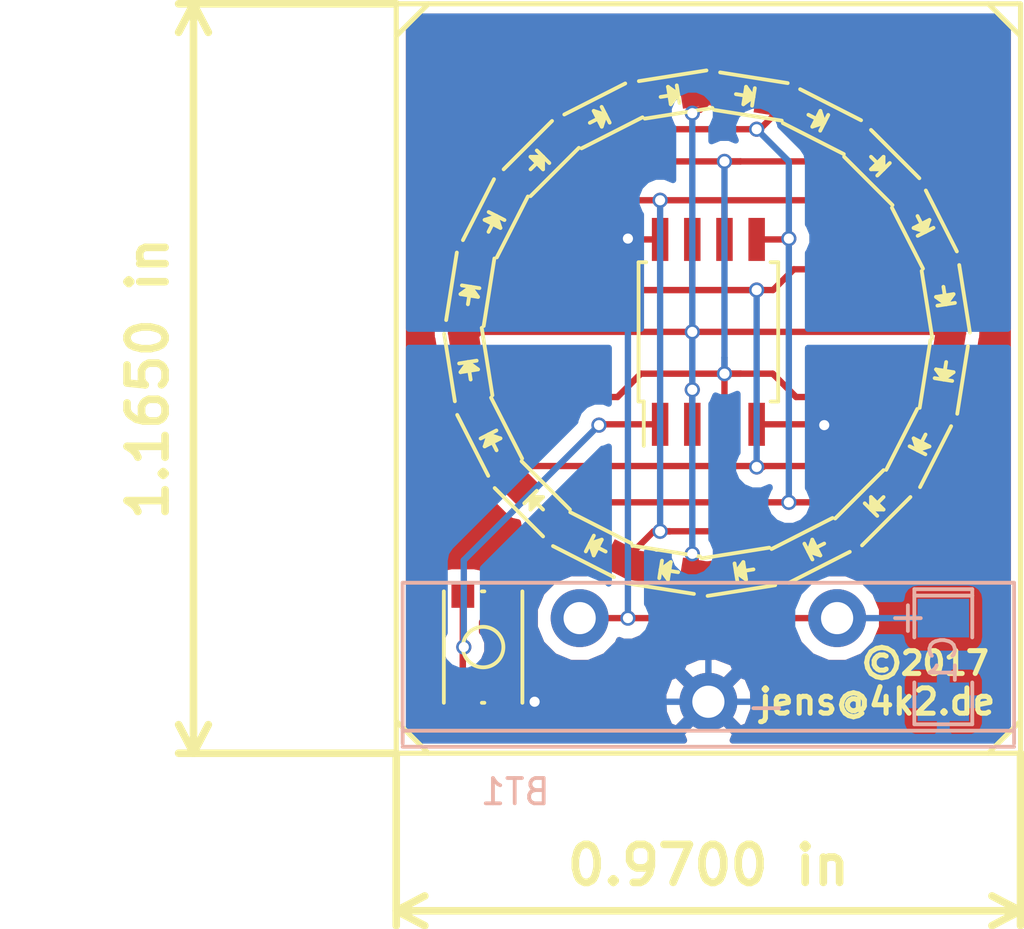
<source format=kicad_pcb>
(kicad_pcb (version 4) (host pcbnew 4.0.5)

  (general
    (links 49)
    (no_connects 0)
    (area 141.883001 86.894999 182.472001 125.509)
    (thickness 1.6)
    (drawings 13)
    (tracks 161)
    (zones 0)
    (modules 24)
    (nets 9)
  )

  (page A4)
  (layers
    (0 F.Cu signal)
    (31 B.Cu signal)
    (32 B.Adhes user)
    (33 F.Adhes user)
    (34 B.Paste user)
    (35 F.Paste user)
    (36 B.SilkS user)
    (37 F.SilkS user)
    (38 B.Mask user)
    (39 F.Mask user)
    (40 Dwgs.User user)
    (41 Cmts.User user)
    (42 Eco1.User user)
    (43 Eco2.User user)
    (44 Edge.Cuts user)
    (45 Margin user)
    (46 B.CrtYd user)
    (47 F.CrtYd user)
    (48 B.Fab user)
    (49 F.Fab user)
  )

  (setup
    (last_trace_width 0.25)
    (trace_clearance 0.2)
    (zone_clearance 0.508)
    (zone_45_only no)
    (trace_min 0.2)
    (segment_width 0.2)
    (edge_width 0.15)
    (via_size 0.6)
    (via_drill 0.4)
    (via_min_size 0.4)
    (via_min_drill 0.3)
    (uvia_size 0.3)
    (uvia_drill 0.1)
    (uvias_allowed no)
    (uvia_min_size 0.2)
    (uvia_min_drill 0.1)
    (pcb_text_width 0.3)
    (pcb_text_size 1.5 1.5)
    (mod_edge_width 0.15)
    (mod_text_size 1 1)
    (mod_text_width 0.15)
    (pad_size 1.19888 1.19888)
    (pad_drill 0)
    (pad_to_mask_clearance 0.2)
    (aux_axis_origin 0 0)
    (visible_elements FFFFFF7F)
    (pcbplotparams
      (layerselection 0x00030_80000001)
      (usegerberextensions false)
      (excludeedgelayer true)
      (linewidth 0.100000)
      (plotframeref false)
      (viasonmask false)
      (mode 1)
      (useauxorigin false)
      (hpglpennumber 1)
      (hpglpenspeed 20)
      (hpglpendiameter 15)
      (hpglpenoverlay 2)
      (psnegative false)
      (psa4output false)
      (plotreference true)
      (plotvalue true)
      (plotinvisibletext false)
      (padsonsilk false)
      (subtractmaskfromsilk false)
      (outputformat 1)
      (mirror false)
      (drillshape 1)
      (scaleselection 1)
      (outputdirectory ""))
  )

  (net 0 "")
  (net 1 "Net-(D1-Pad1)")
  (net 2 "Net-(IC1-Pad1)")
  (net 3 "Net-(D0-Pad2)")
  (net 4 "Net-(D0-Pad1)")
  (net 5 "Net-(D10-Pad1)")
  (net 6 "Net-(D12-Pad1)")
  (net 7 GND)
  (net 8 +3V3)

  (net_class Default "This is the default net class."
    (clearance 0.2)
    (trace_width 0.25)
    (via_dia 0.6)
    (via_drill 0.4)
    (uvia_dia 0.3)
    (uvia_drill 0.1)
    (add_net +3V3)
    (add_net GND)
    (add_net "Net-(D0-Pad1)")
    (add_net "Net-(D0-Pad2)")
    (add_net "Net-(D1-Pad1)")
    (add_net "Net-(D10-Pad1)")
    (add_net "Net-(D12-Pad1)")
    (add_net "Net-(IC1-Pad1)")
  )

  (module LEDs:LED_0805 (layer F.Cu) (tedit 58DE3698) (tstamp 58DBE1E5)
    (at 171.486 90.617 171)
    (descr "LED 0805 smd package")
    (tags "LED 0805 SMD")
    (path /58DBD82F)
    (attr smd)
    (fp_text reference D0 (at 0 -1.75 171) (layer F.SilkS) hide
      (effects (font (size 1 1) (thickness 0.15)))
    )
    (fp_text value LED (at 0 1.75 171) (layer F.Fab)
      (effects (font (size 1 1) (thickness 0.15)))
    )
    (fp_line (start -0.4 -0.3) (end -0.4 0.3) (layer F.Fab) (width 0.15))
    (fp_line (start -0.3 0) (end 0 -0.3) (layer F.Fab) (width 0.15))
    (fp_line (start 0 0.3) (end -0.3 0) (layer F.Fab) (width 0.15))
    (fp_line (start 0 -0.3) (end 0 0.3) (layer F.Fab) (width 0.15))
    (fp_line (start 1 -0.6) (end -1 -0.6) (layer F.Fab) (width 0.15))
    (fp_line (start 1 0.6) (end 1 -0.6) (layer F.Fab) (width 0.15))
    (fp_line (start -1 0.6) (end 1 0.6) (layer F.Fab) (width 0.15))
    (fp_line (start -1 -0.6) (end -1 0.6) (layer F.Fab) (width 0.15))
    (fp_line (start -1.6 0.75) (end 1.1 0.75) (layer F.SilkS) (width 0.15))
    (fp_line (start -1.6 -0.75) (end 1.1 -0.75) (layer F.SilkS) (width 0.15))
    (fp_line (start -0.1 0.15) (end -0.1 -0.1) (layer F.SilkS) (width 0.15))
    (fp_line (start -0.1 -0.1) (end -0.25 0.05) (layer F.SilkS) (width 0.15))
    (fp_line (start -0.35 -0.35) (end -0.35 0.35) (layer F.SilkS) (width 0.15))
    (fp_line (start 0 0) (end 0.35 0) (layer F.SilkS) (width 0.15))
    (fp_line (start -0.35 0) (end 0 -0.35) (layer F.SilkS) (width 0.15))
    (fp_line (start 0 -0.35) (end 0 0.35) (layer F.SilkS) (width 0.15))
    (fp_line (start 0 0.35) (end -0.35 0) (layer F.SilkS) (width 0.15))
    (fp_line (start 1.9 -0.95) (end 1.9 0.95) (layer F.CrtYd) (width 0.05))
    (fp_line (start 1.9 0.95) (end -1.9 0.95) (layer F.CrtYd) (width 0.05))
    (fp_line (start -1.9 0.95) (end -1.9 -0.95) (layer F.CrtYd) (width 0.05))
    (fp_line (start -1.9 -0.95) (end 1.9 -0.95) (layer F.CrtYd) (width 0.05))
    (pad 2 smd rect (at 1.04902 0 351) (size 1.19888 1.19888) (layers F.Cu F.Paste F.Mask)
      (net 3 "Net-(D0-Pad2)"))
    (pad 1 smd rect (at -1.04902 0 351) (size 1.19888 1.19888) (layers F.Cu F.Paste F.Mask)
      (net 4 "Net-(D0-Pad1)"))
    (model LEDs.3dshapes/LED_0805.wrl
      (at (xyz 0 0 0))
      (scale (xyz 1 1 1))
      (rotate (xyz 0 0 0))
    )
  )

  (module LEDs:LED_0805 (layer F.Cu) (tedit 58DE369E) (tstamp 58DBE1EB)
    (at 174.313 91.5354 153)
    (descr "LED 0805 smd package")
    (tags "LED 0805 SMD")
    (path /58DBDCEE)
    (attr smd)
    (fp_text reference D1 (at 0 -1.75 153) (layer F.SilkS) hide
      (effects (font (size 1 1) (thickness 0.15)))
    )
    (fp_text value LED (at 0 1.75 153) (layer F.Fab)
      (effects (font (size 1 1) (thickness 0.15)))
    )
    (fp_line (start -0.4 -0.3) (end -0.4 0.3) (layer F.Fab) (width 0.15))
    (fp_line (start -0.3 0) (end 0 -0.3) (layer F.Fab) (width 0.15))
    (fp_line (start 0 0.3) (end -0.3 0) (layer F.Fab) (width 0.15))
    (fp_line (start 0 -0.3) (end 0 0.3) (layer F.Fab) (width 0.15))
    (fp_line (start 1 -0.6) (end -1 -0.6) (layer F.Fab) (width 0.15))
    (fp_line (start 1 0.6) (end 1 -0.6) (layer F.Fab) (width 0.15))
    (fp_line (start -1 0.6) (end 1 0.6) (layer F.Fab) (width 0.15))
    (fp_line (start -1 -0.6) (end -1 0.6) (layer F.Fab) (width 0.15))
    (fp_line (start -1.6 0.75) (end 1.1 0.75) (layer F.SilkS) (width 0.15))
    (fp_line (start -1.6 -0.75) (end 1.1 -0.75) (layer F.SilkS) (width 0.15))
    (fp_line (start -0.1 0.15) (end -0.1 -0.1) (layer F.SilkS) (width 0.15))
    (fp_line (start -0.1 -0.1) (end -0.25 0.05) (layer F.SilkS) (width 0.15))
    (fp_line (start -0.35 -0.35) (end -0.35 0.35) (layer F.SilkS) (width 0.15))
    (fp_line (start 0 0) (end 0.35 0) (layer F.SilkS) (width 0.15))
    (fp_line (start -0.35 0) (end 0 -0.35) (layer F.SilkS) (width 0.15))
    (fp_line (start 0 -0.35) (end 0 0.35) (layer F.SilkS) (width 0.15))
    (fp_line (start 0 0.35) (end -0.35 0) (layer F.SilkS) (width 0.15))
    (fp_line (start 1.9 -0.95) (end 1.9 0.95) (layer F.CrtYd) (width 0.05))
    (fp_line (start 1.9 0.95) (end -1.9 0.95) (layer F.CrtYd) (width 0.05))
    (fp_line (start -1.9 0.95) (end -1.9 -0.95) (layer F.CrtYd) (width 0.05))
    (fp_line (start -1.9 -0.95) (end 1.9 -0.95) (layer F.CrtYd) (width 0.05))
    (pad 2 smd rect (at 1.04902 0 333) (size 1.19888 1.19888) (layers F.Cu F.Paste F.Mask)
      (net 4 "Net-(D0-Pad1)"))
    (pad 1 smd rect (at -1.04902 0 333) (size 1.19888 1.19888) (layers F.Cu F.Paste F.Mask)
      (net 1 "Net-(D1-Pad1)"))
    (model LEDs.3dshapes/LED_0805.wrl
      (at (xyz 0 0 0))
      (scale (xyz 1 1 1))
      (rotate (xyz 0 0 0))
    )
  )

  (module LEDs:LED_0805 (layer F.Cu) (tedit 58DE36A2) (tstamp 58DBE1F1)
    (at 176.718 93.2825 135)
    (descr "LED 0805 smd package")
    (tags "LED 0805 SMD")
    (path /58DBDD1E)
    (attr smd)
    (fp_text reference D2 (at 0 -1.75 135) (layer F.SilkS) hide
      (effects (font (size 1 1) (thickness 0.15)))
    )
    (fp_text value LED (at 0 1.75 135) (layer F.Fab)
      (effects (font (size 1 1) (thickness 0.15)))
    )
    (fp_line (start -0.4 -0.3) (end -0.4 0.3) (layer F.Fab) (width 0.15))
    (fp_line (start -0.3 0) (end 0 -0.3) (layer F.Fab) (width 0.15))
    (fp_line (start 0 0.3) (end -0.3 0) (layer F.Fab) (width 0.15))
    (fp_line (start 0 -0.3) (end 0 0.3) (layer F.Fab) (width 0.15))
    (fp_line (start 1 -0.6) (end -1 -0.6) (layer F.Fab) (width 0.15))
    (fp_line (start 1 0.6) (end 1 -0.6) (layer F.Fab) (width 0.15))
    (fp_line (start -1 0.6) (end 1 0.6) (layer F.Fab) (width 0.15))
    (fp_line (start -1 -0.6) (end -1 0.6) (layer F.Fab) (width 0.15))
    (fp_line (start -1.6 0.75) (end 1.1 0.75) (layer F.SilkS) (width 0.15))
    (fp_line (start -1.6 -0.75) (end 1.1 -0.75) (layer F.SilkS) (width 0.15))
    (fp_line (start -0.1 0.15) (end -0.1 -0.1) (layer F.SilkS) (width 0.15))
    (fp_line (start -0.1 -0.1) (end -0.25 0.05) (layer F.SilkS) (width 0.15))
    (fp_line (start -0.35 -0.35) (end -0.35 0.35) (layer F.SilkS) (width 0.15))
    (fp_line (start 0 0) (end 0.35 0) (layer F.SilkS) (width 0.15))
    (fp_line (start -0.35 0) (end 0 -0.35) (layer F.SilkS) (width 0.15))
    (fp_line (start 0 -0.35) (end 0 0.35) (layer F.SilkS) (width 0.15))
    (fp_line (start 0 0.35) (end -0.35 0) (layer F.SilkS) (width 0.15))
    (fp_line (start 1.9 -0.95) (end 1.9 0.95) (layer F.CrtYd) (width 0.05))
    (fp_line (start 1.9 0.95) (end -1.9 0.95) (layer F.CrtYd) (width 0.05))
    (fp_line (start -1.9 0.95) (end -1.9 -0.95) (layer F.CrtYd) (width 0.05))
    (fp_line (start -1.9 -0.95) (end 1.9 -0.95) (layer F.CrtYd) (width 0.05))
    (pad 2 smd rect (at 1.04902 0 315) (size 1.19888 1.19888) (layers F.Cu F.Paste F.Mask)
      (net 1 "Net-(D1-Pad1)"))
    (pad 1 smd rect (at -1.04902 0 315) (size 1.19888 1.19888) (layers F.Cu F.Paste F.Mask)
      (net 5 "Net-(D10-Pad1)"))
    (model LEDs.3dshapes/LED_0805.wrl
      (at (xyz 0 0 0))
      (scale (xyz 1 1 1))
      (rotate (xyz 0 0 0))
    )
  )

  (module LEDs:LED_0805 (layer F.Cu) (tedit 58DE36A5) (tstamp 58DBE1F7)
    (at 178.465 95.6871 117)
    (descr "LED 0805 smd package")
    (tags "LED 0805 SMD")
    (path /58DBDF2A)
    (attr smd)
    (fp_text reference D3 (at 0 -1.75 117) (layer F.SilkS) hide
      (effects (font (size 1 1) (thickness 0.15)))
    )
    (fp_text value LED (at 0 1.75 117) (layer F.Fab)
      (effects (font (size 1 1) (thickness 0.15)))
    )
    (fp_line (start -0.4 -0.3) (end -0.4 0.3) (layer F.Fab) (width 0.15))
    (fp_line (start -0.3 0) (end 0 -0.3) (layer F.Fab) (width 0.15))
    (fp_line (start 0 0.3) (end -0.3 0) (layer F.Fab) (width 0.15))
    (fp_line (start 0 -0.3) (end 0 0.3) (layer F.Fab) (width 0.15))
    (fp_line (start 1 -0.6) (end -1 -0.6) (layer F.Fab) (width 0.15))
    (fp_line (start 1 0.6) (end 1 -0.6) (layer F.Fab) (width 0.15))
    (fp_line (start -1 0.6) (end 1 0.6) (layer F.Fab) (width 0.15))
    (fp_line (start -1 -0.6) (end -1 0.6) (layer F.Fab) (width 0.15))
    (fp_line (start -1.6 0.75) (end 1.1 0.75) (layer F.SilkS) (width 0.15))
    (fp_line (start -1.6 -0.75) (end 1.1 -0.75) (layer F.SilkS) (width 0.15))
    (fp_line (start -0.1 0.15) (end -0.1 -0.1) (layer F.SilkS) (width 0.15))
    (fp_line (start -0.1 -0.1) (end -0.25 0.05) (layer F.SilkS) (width 0.15))
    (fp_line (start -0.35 -0.35) (end -0.35 0.35) (layer F.SilkS) (width 0.15))
    (fp_line (start 0 0) (end 0.35 0) (layer F.SilkS) (width 0.15))
    (fp_line (start -0.35 0) (end 0 -0.35) (layer F.SilkS) (width 0.15))
    (fp_line (start 0 -0.35) (end 0 0.35) (layer F.SilkS) (width 0.15))
    (fp_line (start 0 0.35) (end -0.35 0) (layer F.SilkS) (width 0.15))
    (fp_line (start 1.9 -0.95) (end 1.9 0.95) (layer F.CrtYd) (width 0.05))
    (fp_line (start 1.9 0.95) (end -1.9 0.95) (layer F.CrtYd) (width 0.05))
    (fp_line (start -1.9 0.95) (end -1.9 -0.95) (layer F.CrtYd) (width 0.05))
    (fp_line (start -1.9 -0.95) (end 1.9 -0.95) (layer F.CrtYd) (width 0.05))
    (pad 2 smd rect (at 1.04902 0 297) (size 1.19888 1.19888) (layers F.Cu F.Paste F.Mask)
      (net 5 "Net-(D10-Pad1)"))
    (pad 1 smd rect (at -1.04902 0 297) (size 1.19888 1.19888) (layers F.Cu F.Paste F.Mask)
      (net 6 "Net-(D12-Pad1)"))
    (model LEDs.3dshapes/LED_0805.wrl
      (at (xyz 0 0 0))
      (scale (xyz 1 1 1))
      (rotate (xyz 0 0 0))
    )
  )

  (module LEDs:LED_0805 (layer F.Cu) (tedit 58DE36A8) (tstamp 58DBE1FD)
    (at 179.383 98.5139 99)
    (descr "LED 0805 smd package")
    (tags "LED 0805 SMD")
    (path /58DBDF63)
    (attr smd)
    (fp_text reference D4 (at 0 -1.75 99) (layer F.SilkS) hide
      (effects (font (size 1 1) (thickness 0.15)))
    )
    (fp_text value LED (at 0 1.75 99) (layer F.Fab)
      (effects (font (size 1 1) (thickness 0.15)))
    )
    (fp_line (start -0.4 -0.3) (end -0.4 0.3) (layer F.Fab) (width 0.15))
    (fp_line (start -0.3 0) (end 0 -0.3) (layer F.Fab) (width 0.15))
    (fp_line (start 0 0.3) (end -0.3 0) (layer F.Fab) (width 0.15))
    (fp_line (start 0 -0.3) (end 0 0.3) (layer F.Fab) (width 0.15))
    (fp_line (start 1 -0.6) (end -1 -0.6) (layer F.Fab) (width 0.15))
    (fp_line (start 1 0.6) (end 1 -0.6) (layer F.Fab) (width 0.15))
    (fp_line (start -1 0.6) (end 1 0.6) (layer F.Fab) (width 0.15))
    (fp_line (start -1 -0.6) (end -1 0.6) (layer F.Fab) (width 0.15))
    (fp_line (start -1.6 0.75) (end 1.1 0.75) (layer F.SilkS) (width 0.15))
    (fp_line (start -1.6 -0.75) (end 1.1 -0.75) (layer F.SilkS) (width 0.15))
    (fp_line (start -0.1 0.15) (end -0.1 -0.1) (layer F.SilkS) (width 0.15))
    (fp_line (start -0.1 -0.1) (end -0.25 0.05) (layer F.SilkS) (width 0.15))
    (fp_line (start -0.35 -0.35) (end -0.35 0.35) (layer F.SilkS) (width 0.15))
    (fp_line (start 0 0) (end 0.35 0) (layer F.SilkS) (width 0.15))
    (fp_line (start -0.35 0) (end 0 -0.35) (layer F.SilkS) (width 0.15))
    (fp_line (start 0 -0.35) (end 0 0.35) (layer F.SilkS) (width 0.15))
    (fp_line (start 0 0.35) (end -0.35 0) (layer F.SilkS) (width 0.15))
    (fp_line (start 1.9 -0.95) (end 1.9 0.95) (layer F.CrtYd) (width 0.05))
    (fp_line (start 1.9 0.95) (end -1.9 0.95) (layer F.CrtYd) (width 0.05))
    (fp_line (start -1.9 0.95) (end -1.9 -0.95) (layer F.CrtYd) (width 0.05))
    (fp_line (start -1.9 -0.95) (end 1.9 -0.95) (layer F.CrtYd) (width 0.05))
    (pad 2 smd rect (at 1.04902 0 279) (size 1.19888 1.19888) (layers F.Cu F.Paste F.Mask)
      (net 6 "Net-(D12-Pad1)"))
    (pad 1 smd rect (at -1.04902 0 279) (size 1.19888 1.19888) (layers F.Cu F.Paste F.Mask)
      (net 3 "Net-(D0-Pad2)"))
    (model LEDs.3dshapes/LED_0805.wrl
      (at (xyz 0 0 0))
      (scale (xyz 1 1 1))
      (rotate (xyz 0 0 0))
    )
  )

  (module LEDs:LED_0805 (layer F.Cu) (tedit 58DE36AB) (tstamp 58DBE203)
    (at 179.383 101.486 81)
    (descr "LED 0805 smd package")
    (tags "LED 0805 SMD")
    (path /58DBDF8D)
    (attr smd)
    (fp_text reference D5 (at 0 -1.75 81) (layer F.SilkS) hide
      (effects (font (size 1 1) (thickness 0.15)))
    )
    (fp_text value LED (at 0 1.75 81) (layer F.Fab)
      (effects (font (size 1 1) (thickness 0.15)))
    )
    (fp_line (start -0.4 -0.3) (end -0.4 0.3) (layer F.Fab) (width 0.15))
    (fp_line (start -0.3 0) (end 0 -0.3) (layer F.Fab) (width 0.15))
    (fp_line (start 0 0.3) (end -0.3 0) (layer F.Fab) (width 0.15))
    (fp_line (start 0 -0.3) (end 0 0.3) (layer F.Fab) (width 0.15))
    (fp_line (start 1 -0.6) (end -1 -0.6) (layer F.Fab) (width 0.15))
    (fp_line (start 1 0.6) (end 1 -0.6) (layer F.Fab) (width 0.15))
    (fp_line (start -1 0.6) (end 1 0.6) (layer F.Fab) (width 0.15))
    (fp_line (start -1 -0.6) (end -1 0.6) (layer F.Fab) (width 0.15))
    (fp_line (start -1.6 0.75) (end 1.1 0.75) (layer F.SilkS) (width 0.15))
    (fp_line (start -1.6 -0.75) (end 1.1 -0.75) (layer F.SilkS) (width 0.15))
    (fp_line (start -0.1 0.15) (end -0.1 -0.1) (layer F.SilkS) (width 0.15))
    (fp_line (start -0.1 -0.1) (end -0.25 0.05) (layer F.SilkS) (width 0.15))
    (fp_line (start -0.35 -0.35) (end -0.35 0.35) (layer F.SilkS) (width 0.15))
    (fp_line (start 0 0) (end 0.35 0) (layer F.SilkS) (width 0.15))
    (fp_line (start -0.35 0) (end 0 -0.35) (layer F.SilkS) (width 0.15))
    (fp_line (start 0 -0.35) (end 0 0.35) (layer F.SilkS) (width 0.15))
    (fp_line (start 0 0.35) (end -0.35 0) (layer F.SilkS) (width 0.15))
    (fp_line (start 1.9 -0.95) (end 1.9 0.95) (layer F.CrtYd) (width 0.05))
    (fp_line (start 1.9 0.95) (end -1.9 0.95) (layer F.CrtYd) (width 0.05))
    (fp_line (start -1.9 0.95) (end -1.9 -0.95) (layer F.CrtYd) (width 0.05))
    (fp_line (start -1.9 -0.95) (end 1.9 -0.95) (layer F.CrtYd) (width 0.05))
    (pad 2 smd rect (at 1.04902 0 261) (size 1.19888 1.19888) (layers F.Cu F.Paste F.Mask)
      (net 3 "Net-(D0-Pad2)"))
    (pad 1 smd rect (at -1.04902 0 261) (size 1.19888 1.19888) (layers F.Cu F.Paste F.Mask)
      (net 1 "Net-(D1-Pad1)"))
    (model LEDs.3dshapes/LED_0805.wrl
      (at (xyz 0 0 0))
      (scale (xyz 1 1 1))
      (rotate (xyz 0 0 0))
    )
  )

  (module LEDs:LED_0805 (layer F.Cu) (tedit 58DE36AE) (tstamp 58DBE209)
    (at 178.465 104.313 63)
    (descr "LED 0805 smd package")
    (tags "LED 0805 SMD")
    (path /58DBDFCC)
    (attr smd)
    (fp_text reference D6 (at 0 -1.75 63) (layer F.SilkS) hide
      (effects (font (size 1 1) (thickness 0.15)))
    )
    (fp_text value LED (at 0 1.75 63) (layer F.Fab)
      (effects (font (size 1 1) (thickness 0.15)))
    )
    (fp_line (start -0.4 -0.3) (end -0.4 0.3) (layer F.Fab) (width 0.15))
    (fp_line (start -0.3 0) (end 0 -0.3) (layer F.Fab) (width 0.15))
    (fp_line (start 0 0.3) (end -0.3 0) (layer F.Fab) (width 0.15))
    (fp_line (start 0 -0.3) (end 0 0.3) (layer F.Fab) (width 0.15))
    (fp_line (start 1 -0.6) (end -1 -0.6) (layer F.Fab) (width 0.15))
    (fp_line (start 1 0.6) (end 1 -0.6) (layer F.Fab) (width 0.15))
    (fp_line (start -1 0.6) (end 1 0.6) (layer F.Fab) (width 0.15))
    (fp_line (start -1 -0.6) (end -1 0.6) (layer F.Fab) (width 0.15))
    (fp_line (start -1.6 0.75) (end 1.1 0.75) (layer F.SilkS) (width 0.15))
    (fp_line (start -1.6 -0.75) (end 1.1 -0.75) (layer F.SilkS) (width 0.15))
    (fp_line (start -0.1 0.15) (end -0.1 -0.1) (layer F.SilkS) (width 0.15))
    (fp_line (start -0.1 -0.1) (end -0.25 0.05) (layer F.SilkS) (width 0.15))
    (fp_line (start -0.35 -0.35) (end -0.35 0.35) (layer F.SilkS) (width 0.15))
    (fp_line (start 0 0) (end 0.35 0) (layer F.SilkS) (width 0.15))
    (fp_line (start -0.35 0) (end 0 -0.35) (layer F.SilkS) (width 0.15))
    (fp_line (start 0 -0.35) (end 0 0.35) (layer F.SilkS) (width 0.15))
    (fp_line (start 0 0.35) (end -0.35 0) (layer F.SilkS) (width 0.15))
    (fp_line (start 1.9 -0.95) (end 1.9 0.95) (layer F.CrtYd) (width 0.05))
    (fp_line (start 1.9 0.95) (end -1.9 0.95) (layer F.CrtYd) (width 0.05))
    (fp_line (start -1.9 0.95) (end -1.9 -0.95) (layer F.CrtYd) (width 0.05))
    (fp_line (start -1.9 -0.95) (end 1.9 -0.95) (layer F.CrtYd) (width 0.05))
    (pad 2 smd rect (at 1.04902 0 243) (size 1.19888 1.19888) (layers F.Cu F.Paste F.Mask)
      (net 1 "Net-(D1-Pad1)"))
    (pad 1 smd rect (at -1.04902 0 243) (size 1.19888 1.19888) (layers F.Cu F.Paste F.Mask)
      (net 6 "Net-(D12-Pad1)"))
    (model LEDs.3dshapes/LED_0805.wrl
      (at (xyz 0 0 0))
      (scale (xyz 1 1 1))
      (rotate (xyz 0 0 0))
    )
  )

  (module LEDs:LED_0805 (layer F.Cu) (tedit 58DE36B3) (tstamp 58DBE20F)
    (at 176.718 106.718 45)
    (descr "LED 0805 smd package")
    (tags "LED 0805 SMD")
    (path /58DBDFFC)
    (attr smd)
    (fp_text reference D7 (at 0 -1.75 45) (layer F.SilkS) hide
      (effects (font (size 1 1) (thickness 0.15)))
    )
    (fp_text value LED (at 0 1.75 45) (layer F.Fab)
      (effects (font (size 1 1) (thickness 0.15)))
    )
    (fp_line (start -0.4 -0.3) (end -0.4 0.3) (layer F.Fab) (width 0.15))
    (fp_line (start -0.3 0) (end 0 -0.3) (layer F.Fab) (width 0.15))
    (fp_line (start 0 0.3) (end -0.3 0) (layer F.Fab) (width 0.15))
    (fp_line (start 0 -0.3) (end 0 0.3) (layer F.Fab) (width 0.15))
    (fp_line (start 1 -0.6) (end -1 -0.6) (layer F.Fab) (width 0.15))
    (fp_line (start 1 0.6) (end 1 -0.6) (layer F.Fab) (width 0.15))
    (fp_line (start -1 0.6) (end 1 0.6) (layer F.Fab) (width 0.15))
    (fp_line (start -1 -0.6) (end -1 0.6) (layer F.Fab) (width 0.15))
    (fp_line (start -1.6 0.75) (end 1.1 0.75) (layer F.SilkS) (width 0.15))
    (fp_line (start -1.6 -0.75) (end 1.1 -0.75) (layer F.SilkS) (width 0.15))
    (fp_line (start -0.1 0.15) (end -0.1 -0.1) (layer F.SilkS) (width 0.15))
    (fp_line (start -0.1 -0.1) (end -0.25 0.05) (layer F.SilkS) (width 0.15))
    (fp_line (start -0.35 -0.35) (end -0.35 0.35) (layer F.SilkS) (width 0.15))
    (fp_line (start 0 0) (end 0.35 0) (layer F.SilkS) (width 0.15))
    (fp_line (start -0.35 0) (end 0 -0.35) (layer F.SilkS) (width 0.15))
    (fp_line (start 0 -0.35) (end 0 0.35) (layer F.SilkS) (width 0.15))
    (fp_line (start 0 0.35) (end -0.35 0) (layer F.SilkS) (width 0.15))
    (fp_line (start 1.9 -0.95) (end 1.9 0.95) (layer F.CrtYd) (width 0.05))
    (fp_line (start 1.9 0.95) (end -1.9 0.95) (layer F.CrtYd) (width 0.05))
    (fp_line (start -1.9 0.95) (end -1.9 -0.95) (layer F.CrtYd) (width 0.05))
    (fp_line (start -1.9 -0.95) (end 1.9 -0.95) (layer F.CrtYd) (width 0.05))
    (pad 2 smd rect (at 1.04902 0 225) (size 1.19888 1.19888) (layers F.Cu F.Paste F.Mask)
      (net 6 "Net-(D12-Pad1)"))
    (pad 1 smd rect (at -1.04902 0 225) (size 1.19888 1.19888) (layers F.Cu F.Paste F.Mask)
      (net 4 "Net-(D0-Pad1)"))
    (model LEDs.3dshapes/LED_0805.wrl
      (at (xyz 0 0 0))
      (scale (xyz 1 1 1))
      (rotate (xyz 0 0 0))
    )
  )

  (module LEDs:LED_0805 (layer F.Cu) (tedit 58DE36BF) (tstamp 58DBE215)
    (at 174.313 108.465 27)
    (descr "LED 0805 smd package")
    (tags "LED 0805 SMD")
    (path /58DBE02F)
    (attr smd)
    (fp_text reference D8 (at 0 -1.75 27) (layer F.SilkS) hide
      (effects (font (size 1 1) (thickness 0.15)))
    )
    (fp_text value LED (at 0 1.75 27) (layer F.Fab)
      (effects (font (size 1 1) (thickness 0.15)))
    )
    (fp_line (start -0.4 -0.3) (end -0.4 0.3) (layer F.Fab) (width 0.15))
    (fp_line (start -0.3 0) (end 0 -0.3) (layer F.Fab) (width 0.15))
    (fp_line (start 0 0.3) (end -0.3 0) (layer F.Fab) (width 0.15))
    (fp_line (start 0 -0.3) (end 0 0.3) (layer F.Fab) (width 0.15))
    (fp_line (start 1 -0.6) (end -1 -0.6) (layer F.Fab) (width 0.15))
    (fp_line (start 1 0.6) (end 1 -0.6) (layer F.Fab) (width 0.15))
    (fp_line (start -1 0.6) (end 1 0.6) (layer F.Fab) (width 0.15))
    (fp_line (start -1 -0.6) (end -1 0.6) (layer F.Fab) (width 0.15))
    (fp_line (start -1.6 0.75) (end 1.1 0.75) (layer F.SilkS) (width 0.15))
    (fp_line (start -1.6 -0.75) (end 1.1 -0.75) (layer F.SilkS) (width 0.15))
    (fp_line (start -0.1 0.15) (end -0.1 -0.1) (layer F.SilkS) (width 0.15))
    (fp_line (start -0.1 -0.1) (end -0.25 0.05) (layer F.SilkS) (width 0.15))
    (fp_line (start -0.35 -0.35) (end -0.35 0.35) (layer F.SilkS) (width 0.15))
    (fp_line (start 0 0) (end 0.35 0) (layer F.SilkS) (width 0.15))
    (fp_line (start -0.35 0) (end 0 -0.35) (layer F.SilkS) (width 0.15))
    (fp_line (start 0 -0.35) (end 0 0.35) (layer F.SilkS) (width 0.15))
    (fp_line (start 0 0.35) (end -0.35 0) (layer F.SilkS) (width 0.15))
    (fp_line (start 1.9 -0.95) (end 1.9 0.95) (layer F.CrtYd) (width 0.05))
    (fp_line (start 1.9 0.95) (end -1.9 0.95) (layer F.CrtYd) (width 0.05))
    (fp_line (start -1.9 0.95) (end -1.9 -0.95) (layer F.CrtYd) (width 0.05))
    (fp_line (start -1.9 -0.95) (end 1.9 -0.95) (layer F.CrtYd) (width 0.05))
    (pad 2 smd rect (at 1.04902 0 207) (size 1.19888 1.19888) (layers F.Cu F.Paste F.Mask)
      (net 4 "Net-(D0-Pad1)"))
    (pad 1 smd rect (at -1.04902 0 207) (size 1.19888 1.19888) (layers F.Cu F.Paste F.Mask)
      (net 5 "Net-(D10-Pad1)"))
    (model LEDs.3dshapes/LED_0805.wrl
      (at (xyz 0 0 0))
      (scale (xyz 1 1 1))
      (rotate (xyz 0 0 0))
    )
  )

  (module LEDs:LED_0805 (layer F.Cu) (tedit 58DE36C3) (tstamp 58DBE21B)
    (at 171.486 109.383 9)
    (descr "LED 0805 smd package")
    (tags "LED 0805 SMD")
    (path /58DBE06B)
    (attr smd)
    (fp_text reference D9 (at 0 -1.75 9) (layer F.SilkS) hide
      (effects (font (size 1 1) (thickness 0.15)))
    )
    (fp_text value LED (at 0 1.75 9) (layer F.Fab)
      (effects (font (size 1 1) (thickness 0.15)))
    )
    (fp_line (start -0.4 -0.3) (end -0.4 0.3) (layer F.Fab) (width 0.15))
    (fp_line (start -0.3 0) (end 0 -0.3) (layer F.Fab) (width 0.15))
    (fp_line (start 0 0.3) (end -0.3 0) (layer F.Fab) (width 0.15))
    (fp_line (start 0 -0.3) (end 0 0.3) (layer F.Fab) (width 0.15))
    (fp_line (start 1 -0.6) (end -1 -0.6) (layer F.Fab) (width 0.15))
    (fp_line (start 1 0.6) (end 1 -0.6) (layer F.Fab) (width 0.15))
    (fp_line (start -1 0.6) (end 1 0.6) (layer F.Fab) (width 0.15))
    (fp_line (start -1 -0.6) (end -1 0.6) (layer F.Fab) (width 0.15))
    (fp_line (start -1.6 0.75) (end 1.1 0.75) (layer F.SilkS) (width 0.15))
    (fp_line (start -1.6 -0.75) (end 1.1 -0.75) (layer F.SilkS) (width 0.15))
    (fp_line (start -0.1 0.15) (end -0.1 -0.1) (layer F.SilkS) (width 0.15))
    (fp_line (start -0.1 -0.1) (end -0.25 0.05) (layer F.SilkS) (width 0.15))
    (fp_line (start -0.35 -0.35) (end -0.35 0.35) (layer F.SilkS) (width 0.15))
    (fp_line (start 0 0) (end 0.35 0) (layer F.SilkS) (width 0.15))
    (fp_line (start -0.35 0) (end 0 -0.35) (layer F.SilkS) (width 0.15))
    (fp_line (start 0 -0.35) (end 0 0.35) (layer F.SilkS) (width 0.15))
    (fp_line (start 0 0.35) (end -0.35 0) (layer F.SilkS) (width 0.15))
    (fp_line (start 1.9 -0.95) (end 1.9 0.95) (layer F.CrtYd) (width 0.05))
    (fp_line (start 1.9 0.95) (end -1.9 0.95) (layer F.CrtYd) (width 0.05))
    (fp_line (start -1.9 0.95) (end -1.9 -0.95) (layer F.CrtYd) (width 0.05))
    (fp_line (start -1.9 -0.95) (end 1.9 -0.95) (layer F.CrtYd) (width 0.05))
    (pad 2 smd rect (at 1.04902 0 189) (size 1.19888 1.19888) (layers F.Cu F.Paste F.Mask)
      (net 5 "Net-(D10-Pad1)"))
    (pad 1 smd rect (at -1.04902 0 189) (size 1.19888 1.19888) (layers F.Cu F.Paste F.Mask)
      (net 3 "Net-(D0-Pad2)"))
    (model LEDs.3dshapes/LED_0805.wrl
      (at (xyz 0 0 0))
      (scale (xyz 1 1 1))
      (rotate (xyz 0 0 0))
    )
  )

  (module LEDs:LED_0805 (layer F.Cu) (tedit 58DE36C8) (tstamp 58DBE221)
    (at 168.514 109.383 351)
    (descr "LED 0805 smd package")
    (tags "LED 0805 SMD")
    (path /58DBE0C9)
    (attr smd)
    (fp_text reference D10 (at 0 -1.75 351) (layer F.SilkS) hide
      (effects (font (size 1 1) (thickness 0.15)))
    )
    (fp_text value LED (at 0 1.75 351) (layer F.Fab)
      (effects (font (size 1 1) (thickness 0.15)))
    )
    (fp_line (start -0.4 -0.3) (end -0.4 0.3) (layer F.Fab) (width 0.15))
    (fp_line (start -0.3 0) (end 0 -0.3) (layer F.Fab) (width 0.15))
    (fp_line (start 0 0.3) (end -0.3 0) (layer F.Fab) (width 0.15))
    (fp_line (start 0 -0.3) (end 0 0.3) (layer F.Fab) (width 0.15))
    (fp_line (start 1 -0.6) (end -1 -0.6) (layer F.Fab) (width 0.15))
    (fp_line (start 1 0.6) (end 1 -0.6) (layer F.Fab) (width 0.15))
    (fp_line (start -1 0.6) (end 1 0.6) (layer F.Fab) (width 0.15))
    (fp_line (start -1 -0.6) (end -1 0.6) (layer F.Fab) (width 0.15))
    (fp_line (start -1.6 0.75) (end 1.1 0.75) (layer F.SilkS) (width 0.15))
    (fp_line (start -1.6 -0.75) (end 1.1 -0.75) (layer F.SilkS) (width 0.15))
    (fp_line (start -0.1 0.15) (end -0.1 -0.1) (layer F.SilkS) (width 0.15))
    (fp_line (start -0.1 -0.1) (end -0.25 0.05) (layer F.SilkS) (width 0.15))
    (fp_line (start -0.35 -0.35) (end -0.35 0.35) (layer F.SilkS) (width 0.15))
    (fp_line (start 0 0) (end 0.35 0) (layer F.SilkS) (width 0.15))
    (fp_line (start -0.35 0) (end 0 -0.35) (layer F.SilkS) (width 0.15))
    (fp_line (start 0 -0.35) (end 0 0.35) (layer F.SilkS) (width 0.15))
    (fp_line (start 0 0.35) (end -0.35 0) (layer F.SilkS) (width 0.15))
    (fp_line (start 1.9 -0.95) (end 1.9 0.95) (layer F.CrtYd) (width 0.05))
    (fp_line (start 1.9 0.95) (end -1.9 0.95) (layer F.CrtYd) (width 0.05))
    (fp_line (start -1.9 0.95) (end -1.9 -0.95) (layer F.CrtYd) (width 0.05))
    (fp_line (start -1.9 -0.95) (end 1.9 -0.95) (layer F.CrtYd) (width 0.05))
    (pad 2 smd rect (at 1.04902 0 171) (size 1.19888 1.19888) (layers F.Cu F.Paste F.Mask)
      (net 3 "Net-(D0-Pad2)"))
    (pad 1 smd rect (at -1.04902 0 171) (size 1.19888 1.19888) (layers F.Cu F.Paste F.Mask)
      (net 5 "Net-(D10-Pad1)"))
    (model LEDs.3dshapes/LED_0805.wrl
      (at (xyz 0 0 0))
      (scale (xyz 1 1 1))
      (rotate (xyz 0 0 0))
    )
  )

  (module LEDs:LED_0805 (layer F.Cu) (tedit 58DE36CB) (tstamp 58DBE227)
    (at 165.687 108.465 333)
    (descr "LED 0805 smd package")
    (tags "LED 0805 SMD")
    (path /58DBE195)
    (attr smd)
    (fp_text reference D11 (at 0 -1.75 333) (layer F.SilkS) hide
      (effects (font (size 1 1) (thickness 0.15)))
    )
    (fp_text value LED (at 0 1.75 333) (layer F.Fab)
      (effects (font (size 1 1) (thickness 0.15)))
    )
    (fp_line (start -0.4 -0.3) (end -0.4 0.3) (layer F.Fab) (width 0.15))
    (fp_line (start -0.3 0) (end 0 -0.3) (layer F.Fab) (width 0.15))
    (fp_line (start 0 0.3) (end -0.3 0) (layer F.Fab) (width 0.15))
    (fp_line (start 0 -0.3) (end 0 0.3) (layer F.Fab) (width 0.15))
    (fp_line (start 1 -0.6) (end -1 -0.6) (layer F.Fab) (width 0.15))
    (fp_line (start 1 0.6) (end 1 -0.6) (layer F.Fab) (width 0.15))
    (fp_line (start -1 0.6) (end 1 0.6) (layer F.Fab) (width 0.15))
    (fp_line (start -1 -0.6) (end -1 0.6) (layer F.Fab) (width 0.15))
    (fp_line (start -1.6 0.75) (end 1.1 0.75) (layer F.SilkS) (width 0.15))
    (fp_line (start -1.6 -0.75) (end 1.1 -0.75) (layer F.SilkS) (width 0.15))
    (fp_line (start -0.1 0.15) (end -0.1 -0.1) (layer F.SilkS) (width 0.15))
    (fp_line (start -0.1 -0.1) (end -0.25 0.05) (layer F.SilkS) (width 0.15))
    (fp_line (start -0.35 -0.35) (end -0.35 0.35) (layer F.SilkS) (width 0.15))
    (fp_line (start 0 0) (end 0.35 0) (layer F.SilkS) (width 0.15))
    (fp_line (start -0.35 0) (end 0 -0.35) (layer F.SilkS) (width 0.15))
    (fp_line (start 0 -0.35) (end 0 0.35) (layer F.SilkS) (width 0.15))
    (fp_line (start 0 0.35) (end -0.35 0) (layer F.SilkS) (width 0.15))
    (fp_line (start 1.9 -0.95) (end 1.9 0.95) (layer F.CrtYd) (width 0.05))
    (fp_line (start 1.9 0.95) (end -1.9 0.95) (layer F.CrtYd) (width 0.05))
    (fp_line (start -1.9 0.95) (end -1.9 -0.95) (layer F.CrtYd) (width 0.05))
    (fp_line (start -1.9 -0.95) (end 1.9 -0.95) (layer F.CrtYd) (width 0.05))
    (pad 2 smd rect (at 1.04902 0 153) (size 1.19888 1.19888) (layers F.Cu F.Paste F.Mask)
      (net 5 "Net-(D10-Pad1)"))
    (pad 1 smd rect (at -1.04902 0 153) (size 1.19888 1.19888) (layers F.Cu F.Paste F.Mask)
      (net 4 "Net-(D0-Pad1)"))
    (model LEDs.3dshapes/LED_0805.wrl
      (at (xyz 0 0 0))
      (scale (xyz 1 1 1))
      (rotate (xyz 0 0 0))
    )
  )

  (module LEDs:LED_0805 (layer F.Cu) (tedit 58DE36CF) (tstamp 58DBE22D)
    (at 163.282 106.718 315)
    (descr "LED 0805 smd package")
    (tags "LED 0805 SMD")
    (path /58DBE1D8)
    (attr smd)
    (fp_text reference D12 (at 0 -1.75 315) (layer F.SilkS) hide
      (effects (font (size 1 1) (thickness 0.15)))
    )
    (fp_text value LED (at 0 1.75 315) (layer F.Fab)
      (effects (font (size 1 1) (thickness 0.15)))
    )
    (fp_line (start -0.4 -0.3) (end -0.4 0.3) (layer F.Fab) (width 0.15))
    (fp_line (start -0.3 0) (end 0 -0.3) (layer F.Fab) (width 0.15))
    (fp_line (start 0 0.3) (end -0.3 0) (layer F.Fab) (width 0.15))
    (fp_line (start 0 -0.3) (end 0 0.3) (layer F.Fab) (width 0.15))
    (fp_line (start 1 -0.6) (end -1 -0.6) (layer F.Fab) (width 0.15))
    (fp_line (start 1 0.6) (end 1 -0.6) (layer F.Fab) (width 0.15))
    (fp_line (start -1 0.6) (end 1 0.6) (layer F.Fab) (width 0.15))
    (fp_line (start -1 -0.6) (end -1 0.6) (layer F.Fab) (width 0.15))
    (fp_line (start -1.6 0.75) (end 1.1 0.75) (layer F.SilkS) (width 0.15))
    (fp_line (start -1.6 -0.75) (end 1.1 -0.75) (layer F.SilkS) (width 0.15))
    (fp_line (start -0.1 0.15) (end -0.1 -0.1) (layer F.SilkS) (width 0.15))
    (fp_line (start -0.1 -0.1) (end -0.25 0.05) (layer F.SilkS) (width 0.15))
    (fp_line (start -0.35 -0.35) (end -0.35 0.35) (layer F.SilkS) (width 0.15))
    (fp_line (start 0 0) (end 0.35 0) (layer F.SilkS) (width 0.15))
    (fp_line (start -0.35 0) (end 0 -0.35) (layer F.SilkS) (width 0.15))
    (fp_line (start 0 -0.35) (end 0 0.35) (layer F.SilkS) (width 0.15))
    (fp_line (start 0 0.35) (end -0.35 0) (layer F.SilkS) (width 0.15))
    (fp_line (start 1.9 -0.95) (end 1.9 0.95) (layer F.CrtYd) (width 0.05))
    (fp_line (start 1.9 0.95) (end -1.9 0.95) (layer F.CrtYd) (width 0.05))
    (fp_line (start -1.9 0.95) (end -1.9 -0.95) (layer F.CrtYd) (width 0.05))
    (fp_line (start -1.9 -0.95) (end 1.9 -0.95) (layer F.CrtYd) (width 0.05))
    (pad 2 smd rect (at 1.04902 0 135) (size 1.19888 1.19888) (layers F.Cu F.Paste F.Mask)
      (net 4 "Net-(D0-Pad1)"))
    (pad 1 smd rect (at -1.04902 0 135) (size 1.19888 1.19888) (layers F.Cu F.Paste F.Mask)
      (net 6 "Net-(D12-Pad1)"))
    (model LEDs.3dshapes/LED_0805.wrl
      (at (xyz 0 0 0))
      (scale (xyz 1 1 1))
      (rotate (xyz 0 0 0))
    )
  )

  (module LEDs:LED_0805 (layer F.Cu) (tedit 58DE36D3) (tstamp 58DBE233)
    (at 161.535 104.313 297)
    (descr "LED 0805 smd package")
    (tags "LED 0805 SMD")
    (path /58DBE218)
    (attr smd)
    (fp_text reference D13 (at 0 -1.75 297) (layer F.SilkS) hide
      (effects (font (size 1 1) (thickness 0.15)))
    )
    (fp_text value LED (at 0 1.75 297) (layer F.Fab)
      (effects (font (size 1 1) (thickness 0.15)))
    )
    (fp_line (start -0.4 -0.3) (end -0.4 0.3) (layer F.Fab) (width 0.15))
    (fp_line (start -0.3 0) (end 0 -0.3) (layer F.Fab) (width 0.15))
    (fp_line (start 0 0.3) (end -0.3 0) (layer F.Fab) (width 0.15))
    (fp_line (start 0 -0.3) (end 0 0.3) (layer F.Fab) (width 0.15))
    (fp_line (start 1 -0.6) (end -1 -0.6) (layer F.Fab) (width 0.15))
    (fp_line (start 1 0.6) (end 1 -0.6) (layer F.Fab) (width 0.15))
    (fp_line (start -1 0.6) (end 1 0.6) (layer F.Fab) (width 0.15))
    (fp_line (start -1 -0.6) (end -1 0.6) (layer F.Fab) (width 0.15))
    (fp_line (start -1.6 0.75) (end 1.1 0.75) (layer F.SilkS) (width 0.15))
    (fp_line (start -1.6 -0.75) (end 1.1 -0.75) (layer F.SilkS) (width 0.15))
    (fp_line (start -0.1 0.15) (end -0.1 -0.1) (layer F.SilkS) (width 0.15))
    (fp_line (start -0.1 -0.1) (end -0.25 0.05) (layer F.SilkS) (width 0.15))
    (fp_line (start -0.35 -0.35) (end -0.35 0.35) (layer F.SilkS) (width 0.15))
    (fp_line (start 0 0) (end 0.35 0) (layer F.SilkS) (width 0.15))
    (fp_line (start -0.35 0) (end 0 -0.35) (layer F.SilkS) (width 0.15))
    (fp_line (start 0 -0.35) (end 0 0.35) (layer F.SilkS) (width 0.15))
    (fp_line (start 0 0.35) (end -0.35 0) (layer F.SilkS) (width 0.15))
    (fp_line (start 1.9 -0.95) (end 1.9 0.95) (layer F.CrtYd) (width 0.05))
    (fp_line (start 1.9 0.95) (end -1.9 0.95) (layer F.CrtYd) (width 0.05))
    (fp_line (start -1.9 0.95) (end -1.9 -0.95) (layer F.CrtYd) (width 0.05))
    (fp_line (start -1.9 -0.95) (end 1.9 -0.95) (layer F.CrtYd) (width 0.05))
    (pad 2 smd rect (at 1.04902 0 117) (size 1.19888 1.19888) (layers F.Cu F.Paste F.Mask)
      (net 6 "Net-(D12-Pad1)"))
    (pad 1 smd rect (at -1.04902 0 117) (size 1.19888 1.19888) (layers F.Cu F.Paste F.Mask)
      (net 1 "Net-(D1-Pad1)"))
    (model LEDs.3dshapes/LED_0805.wrl
      (at (xyz 0 0 0))
      (scale (xyz 1 1 1))
      (rotate (xyz 0 0 0))
    )
  )

  (module LEDs:LED_0805 (layer F.Cu) (tedit 58DE36D7) (tstamp 58DBE239)
    (at 160.617 101.486 279)
    (descr "LED 0805 smd package")
    (tags "LED 0805 SMD")
    (path /58DBE263)
    (attr smd)
    (fp_text reference D14 (at 0 -1.75 279) (layer F.SilkS) hide
      (effects (font (size 1 1) (thickness 0.15)))
    )
    (fp_text value LED (at 0 1.75 279) (layer F.Fab)
      (effects (font (size 1 1) (thickness 0.15)))
    )
    (fp_line (start -0.4 -0.3) (end -0.4 0.3) (layer F.Fab) (width 0.15))
    (fp_line (start -0.3 0) (end 0 -0.3) (layer F.Fab) (width 0.15))
    (fp_line (start 0 0.3) (end -0.3 0) (layer F.Fab) (width 0.15))
    (fp_line (start 0 -0.3) (end 0 0.3) (layer F.Fab) (width 0.15))
    (fp_line (start 1 -0.6) (end -1 -0.6) (layer F.Fab) (width 0.15))
    (fp_line (start 1 0.6) (end 1 -0.6) (layer F.Fab) (width 0.15))
    (fp_line (start -1 0.6) (end 1 0.6) (layer F.Fab) (width 0.15))
    (fp_line (start -1 -0.6) (end -1 0.6) (layer F.Fab) (width 0.15))
    (fp_line (start -1.6 0.75) (end 1.1 0.75) (layer F.SilkS) (width 0.15))
    (fp_line (start -1.6 -0.75) (end 1.1 -0.75) (layer F.SilkS) (width 0.15))
    (fp_line (start -0.1 0.15) (end -0.1 -0.1) (layer F.SilkS) (width 0.15))
    (fp_line (start -0.1 -0.1) (end -0.25 0.05) (layer F.SilkS) (width 0.15))
    (fp_line (start -0.35 -0.35) (end -0.35 0.35) (layer F.SilkS) (width 0.15))
    (fp_line (start 0 0) (end 0.35 0) (layer F.SilkS) (width 0.15))
    (fp_line (start -0.35 0) (end 0 -0.35) (layer F.SilkS) (width 0.15))
    (fp_line (start 0 -0.35) (end 0 0.35) (layer F.SilkS) (width 0.15))
    (fp_line (start 0 0.35) (end -0.35 0) (layer F.SilkS) (width 0.15))
    (fp_line (start 1.9 -0.95) (end 1.9 0.95) (layer F.CrtYd) (width 0.05))
    (fp_line (start 1.9 0.95) (end -1.9 0.95) (layer F.CrtYd) (width 0.05))
    (fp_line (start -1.9 0.95) (end -1.9 -0.95) (layer F.CrtYd) (width 0.05))
    (fp_line (start -1.9 -0.95) (end 1.9 -0.95) (layer F.CrtYd) (width 0.05))
    (pad 2 smd rect (at 1.04902 0 99) (size 1.19888 1.19888) (layers F.Cu F.Paste F.Mask)
      (net 1 "Net-(D1-Pad1)"))
    (pad 1 smd rect (at -1.04902 0 99) (size 1.19888 1.19888) (layers F.Cu F.Paste F.Mask)
      (net 3 "Net-(D0-Pad2)"))
    (model LEDs.3dshapes/LED_0805.wrl
      (at (xyz 0 0 0))
      (scale (xyz 1 1 1))
      (rotate (xyz 0 0 0))
    )
  )

  (module LEDs:LED_0805 (layer F.Cu) (tedit 58DE36DB) (tstamp 58DBE23F)
    (at 160.617 98.5139 261)
    (descr "LED 0805 smd package")
    (tags "LED 0805 SMD")
    (path /58DBE2AB)
    (attr smd)
    (fp_text reference D15 (at 0 -1.75 261) (layer F.SilkS) hide
      (effects (font (size 1 1) (thickness 0.15)))
    )
    (fp_text value LED (at 0 1.75 261) (layer F.Fab)
      (effects (font (size 1 1) (thickness 0.15)))
    )
    (fp_line (start -0.4 -0.3) (end -0.4 0.3) (layer F.Fab) (width 0.15))
    (fp_line (start -0.3 0) (end 0 -0.3) (layer F.Fab) (width 0.15))
    (fp_line (start 0 0.3) (end -0.3 0) (layer F.Fab) (width 0.15))
    (fp_line (start 0 -0.3) (end 0 0.3) (layer F.Fab) (width 0.15))
    (fp_line (start 1 -0.6) (end -1 -0.6) (layer F.Fab) (width 0.15))
    (fp_line (start 1 0.6) (end 1 -0.6) (layer F.Fab) (width 0.15))
    (fp_line (start -1 0.6) (end 1 0.6) (layer F.Fab) (width 0.15))
    (fp_line (start -1 -0.6) (end -1 0.6) (layer F.Fab) (width 0.15))
    (fp_line (start -1.6 0.75) (end 1.1 0.75) (layer F.SilkS) (width 0.15))
    (fp_line (start -1.6 -0.75) (end 1.1 -0.75) (layer F.SilkS) (width 0.15))
    (fp_line (start -0.1 0.15) (end -0.1 -0.1) (layer F.SilkS) (width 0.15))
    (fp_line (start -0.1 -0.1) (end -0.25 0.05) (layer F.SilkS) (width 0.15))
    (fp_line (start -0.35 -0.35) (end -0.35 0.35) (layer F.SilkS) (width 0.15))
    (fp_line (start 0 0) (end 0.35 0) (layer F.SilkS) (width 0.15))
    (fp_line (start -0.35 0) (end 0 -0.35) (layer F.SilkS) (width 0.15))
    (fp_line (start 0 -0.35) (end 0 0.35) (layer F.SilkS) (width 0.15))
    (fp_line (start 0 0.35) (end -0.35 0) (layer F.SilkS) (width 0.15))
    (fp_line (start 1.9 -0.95) (end 1.9 0.95) (layer F.CrtYd) (width 0.05))
    (fp_line (start 1.9 0.95) (end -1.9 0.95) (layer F.CrtYd) (width 0.05))
    (fp_line (start -1.9 0.95) (end -1.9 -0.95) (layer F.CrtYd) (width 0.05))
    (fp_line (start -1.9 -0.95) (end 1.9 -0.95) (layer F.CrtYd) (width 0.05))
    (pad 2 smd rect (at 1.04902 0 81) (size 1.19888 1.19888) (layers F.Cu F.Paste F.Mask)
      (net 3 "Net-(D0-Pad2)"))
    (pad 1 smd rect (at -1.04902 0 81) (size 1.19888 1.19888) (layers F.Cu F.Paste F.Mask)
      (net 6 "Net-(D12-Pad1)"))
    (model LEDs.3dshapes/LED_0805.wrl
      (at (xyz 0 0 0))
      (scale (xyz 1 1 1))
      (rotate (xyz 0 0 0))
    )
  )

  (module LEDs:LED_0805 (layer F.Cu) (tedit 58DE36DF) (tstamp 58DBE245)
    (at 161.535 95.6871 243)
    (descr "LED 0805 smd package")
    (tags "LED 0805 SMD")
    (path /58DBE379)
    (attr smd)
    (fp_text reference D16 (at 0 -1.75 243) (layer F.SilkS) hide
      (effects (font (size 1 1) (thickness 0.15)))
    )
    (fp_text value LED (at 0 1.75 243) (layer F.Fab)
      (effects (font (size 1 1) (thickness 0.15)))
    )
    (fp_line (start -0.4 -0.3) (end -0.4 0.3) (layer F.Fab) (width 0.15))
    (fp_line (start -0.3 0) (end 0 -0.3) (layer F.Fab) (width 0.15))
    (fp_line (start 0 0.3) (end -0.3 0) (layer F.Fab) (width 0.15))
    (fp_line (start 0 -0.3) (end 0 0.3) (layer F.Fab) (width 0.15))
    (fp_line (start 1 -0.6) (end -1 -0.6) (layer F.Fab) (width 0.15))
    (fp_line (start 1 0.6) (end 1 -0.6) (layer F.Fab) (width 0.15))
    (fp_line (start -1 0.6) (end 1 0.6) (layer F.Fab) (width 0.15))
    (fp_line (start -1 -0.6) (end -1 0.6) (layer F.Fab) (width 0.15))
    (fp_line (start -1.6 0.75) (end 1.1 0.75) (layer F.SilkS) (width 0.15))
    (fp_line (start -1.6 -0.75) (end 1.1 -0.75) (layer F.SilkS) (width 0.15))
    (fp_line (start -0.1 0.15) (end -0.1 -0.1) (layer F.SilkS) (width 0.15))
    (fp_line (start -0.1 -0.1) (end -0.25 0.05) (layer F.SilkS) (width 0.15))
    (fp_line (start -0.35 -0.35) (end -0.35 0.35) (layer F.SilkS) (width 0.15))
    (fp_line (start 0 0) (end 0.35 0) (layer F.SilkS) (width 0.15))
    (fp_line (start -0.35 0) (end 0 -0.35) (layer F.SilkS) (width 0.15))
    (fp_line (start 0 -0.35) (end 0 0.35) (layer F.SilkS) (width 0.15))
    (fp_line (start 0 0.35) (end -0.35 0) (layer F.SilkS) (width 0.15))
    (fp_line (start 1.9 -0.95) (end 1.9 0.95) (layer F.CrtYd) (width 0.05))
    (fp_line (start 1.9 0.95) (end -1.9 0.95) (layer F.CrtYd) (width 0.05))
    (fp_line (start -1.9 0.95) (end -1.9 -0.95) (layer F.CrtYd) (width 0.05))
    (fp_line (start -1.9 -0.95) (end 1.9 -0.95) (layer F.CrtYd) (width 0.05))
    (pad 2 smd rect (at 1.04902 0 63) (size 1.19888 1.19888) (layers F.Cu F.Paste F.Mask)
      (net 6 "Net-(D12-Pad1)"))
    (pad 1 smd rect (at -1.04902 0 63) (size 1.19888 1.19888) (layers F.Cu F.Paste F.Mask)
      (net 5 "Net-(D10-Pad1)"))
    (model LEDs.3dshapes/LED_0805.wrl
      (at (xyz 0 0 0))
      (scale (xyz 1 1 1))
      (rotate (xyz 0 0 0))
    )
  )

  (module LEDs:LED_0805 (layer F.Cu) (tedit 58DE36E3) (tstamp 58DBE24B)
    (at 163.282 93.2825 225)
    (descr "LED 0805 smd package")
    (tags "LED 0805 SMD")
    (path /58DBE3CB)
    (attr smd)
    (fp_text reference D17 (at 0 -1.75 225) (layer F.SilkS) hide
      (effects (font (size 1 1) (thickness 0.15)))
    )
    (fp_text value LED (at 0 1.75 225) (layer F.Fab)
      (effects (font (size 1 1) (thickness 0.15)))
    )
    (fp_line (start -0.4 -0.3) (end -0.4 0.3) (layer F.Fab) (width 0.15))
    (fp_line (start -0.3 0) (end 0 -0.3) (layer F.Fab) (width 0.15))
    (fp_line (start 0 0.3) (end -0.3 0) (layer F.Fab) (width 0.15))
    (fp_line (start 0 -0.3) (end 0 0.3) (layer F.Fab) (width 0.15))
    (fp_line (start 1 -0.6) (end -1 -0.6) (layer F.Fab) (width 0.15))
    (fp_line (start 1 0.6) (end 1 -0.6) (layer F.Fab) (width 0.15))
    (fp_line (start -1 0.6) (end 1 0.6) (layer F.Fab) (width 0.15))
    (fp_line (start -1 -0.6) (end -1 0.6) (layer F.Fab) (width 0.15))
    (fp_line (start -1.6 0.75) (end 1.1 0.75) (layer F.SilkS) (width 0.15))
    (fp_line (start -1.6 -0.75) (end 1.1 -0.75) (layer F.SilkS) (width 0.15))
    (fp_line (start -0.1 0.15) (end -0.1 -0.1) (layer F.SilkS) (width 0.15))
    (fp_line (start -0.1 -0.1) (end -0.25 0.05) (layer F.SilkS) (width 0.15))
    (fp_line (start -0.35 -0.35) (end -0.35 0.35) (layer F.SilkS) (width 0.15))
    (fp_line (start 0 0) (end 0.35 0) (layer F.SilkS) (width 0.15))
    (fp_line (start -0.35 0) (end 0 -0.35) (layer F.SilkS) (width 0.15))
    (fp_line (start 0 -0.35) (end 0 0.35) (layer F.SilkS) (width 0.15))
    (fp_line (start 0 0.35) (end -0.35 0) (layer F.SilkS) (width 0.15))
    (fp_line (start 1.9 -0.95) (end 1.9 0.95) (layer F.CrtYd) (width 0.05))
    (fp_line (start 1.9 0.95) (end -1.9 0.95) (layer F.CrtYd) (width 0.05))
    (fp_line (start -1.9 0.95) (end -1.9 -0.95) (layer F.CrtYd) (width 0.05))
    (fp_line (start -1.9 -0.95) (end 1.9 -0.95) (layer F.CrtYd) (width 0.05))
    (pad 2 smd rect (at 1.04902 0 45) (size 1.19888 1.19888) (layers F.Cu F.Paste F.Mask)
      (net 5 "Net-(D10-Pad1)"))
    (pad 1 smd rect (at -1.04902 0 45) (size 1.19888 1.19888) (layers F.Cu F.Paste F.Mask)
      (net 1 "Net-(D1-Pad1)"))
    (model LEDs.3dshapes/LED_0805.wrl
      (at (xyz 0 0 0))
      (scale (xyz 1 1 1))
      (rotate (xyz 0 0 0))
    )
  )

  (module LEDs:LED_0805 (layer F.Cu) (tedit 58DE36E7) (tstamp 58DBE251)
    (at 165.687 91.5354 207)
    (descr "LED 0805 smd package")
    (tags "LED 0805 SMD")
    (path /58DBE41C)
    (attr smd)
    (fp_text reference D18 (at 0 -1.75 207) (layer F.SilkS) hide
      (effects (font (size 1 1) (thickness 0.15)))
    )
    (fp_text value LED (at 0 1.75 207) (layer F.Fab)
      (effects (font (size 1 1) (thickness 0.15)))
    )
    (fp_line (start -0.4 -0.3) (end -0.4 0.3) (layer F.Fab) (width 0.15))
    (fp_line (start -0.3 0) (end 0 -0.3) (layer F.Fab) (width 0.15))
    (fp_line (start 0 0.3) (end -0.3 0) (layer F.Fab) (width 0.15))
    (fp_line (start 0 -0.3) (end 0 0.3) (layer F.Fab) (width 0.15))
    (fp_line (start 1 -0.6) (end -1 -0.6) (layer F.Fab) (width 0.15))
    (fp_line (start 1 0.6) (end 1 -0.6) (layer F.Fab) (width 0.15))
    (fp_line (start -1 0.6) (end 1 0.6) (layer F.Fab) (width 0.15))
    (fp_line (start -1 -0.6) (end -1 0.6) (layer F.Fab) (width 0.15))
    (fp_line (start -1.6 0.75) (end 1.1 0.75) (layer F.SilkS) (width 0.15))
    (fp_line (start -1.6 -0.75) (end 1.1 -0.75) (layer F.SilkS) (width 0.15))
    (fp_line (start -0.1 0.15) (end -0.1 -0.1) (layer F.SilkS) (width 0.15))
    (fp_line (start -0.1 -0.1) (end -0.25 0.05) (layer F.SilkS) (width 0.15))
    (fp_line (start -0.35 -0.35) (end -0.35 0.35) (layer F.SilkS) (width 0.15))
    (fp_line (start 0 0) (end 0.35 0) (layer F.SilkS) (width 0.15))
    (fp_line (start -0.35 0) (end 0 -0.35) (layer F.SilkS) (width 0.15))
    (fp_line (start 0 -0.35) (end 0 0.35) (layer F.SilkS) (width 0.15))
    (fp_line (start 0 0.35) (end -0.35 0) (layer F.SilkS) (width 0.15))
    (fp_line (start 1.9 -0.95) (end 1.9 0.95) (layer F.CrtYd) (width 0.05))
    (fp_line (start 1.9 0.95) (end -1.9 0.95) (layer F.CrtYd) (width 0.05))
    (fp_line (start -1.9 0.95) (end -1.9 -0.95) (layer F.CrtYd) (width 0.05))
    (fp_line (start -1.9 -0.95) (end 1.9 -0.95) (layer F.CrtYd) (width 0.05))
    (pad 2 smd rect (at 1.04902 0 27) (size 1.19888 1.19888) (layers F.Cu F.Paste F.Mask)
      (net 1 "Net-(D1-Pad1)"))
    (pad 1 smd rect (at -1.04902 0 27) (size 1.19888 1.19888) (layers F.Cu F.Paste F.Mask)
      (net 4 "Net-(D0-Pad1)"))
    (model LEDs.3dshapes/LED_0805.wrl
      (at (xyz 0 0 0))
      (scale (xyz 1 1 1))
      (rotate (xyz 0 0 0))
    )
  )

  (module LEDs:LED_0805 (layer F.Cu) (tedit 58DE36EB) (tstamp 58DBE257)
    (at 168.514 90.617 189)
    (descr "LED 0805 smd package")
    (tags "LED 0805 SMD")
    (path /58DBE472)
    (attr smd)
    (fp_text reference D19 (at 0 -1.75 189) (layer F.SilkS) hide
      (effects (font (size 1 1) (thickness 0.15)))
    )
    (fp_text value LED (at 0 1.75 189) (layer F.Fab)
      (effects (font (size 1 1) (thickness 0.15)))
    )
    (fp_line (start -0.4 -0.3) (end -0.4 0.3) (layer F.Fab) (width 0.15))
    (fp_line (start -0.3 0) (end 0 -0.3) (layer F.Fab) (width 0.15))
    (fp_line (start 0 0.3) (end -0.3 0) (layer F.Fab) (width 0.15))
    (fp_line (start 0 -0.3) (end 0 0.3) (layer F.Fab) (width 0.15))
    (fp_line (start 1 -0.6) (end -1 -0.6) (layer F.Fab) (width 0.15))
    (fp_line (start 1 0.6) (end 1 -0.6) (layer F.Fab) (width 0.15))
    (fp_line (start -1 0.6) (end 1 0.6) (layer F.Fab) (width 0.15))
    (fp_line (start -1 -0.6) (end -1 0.6) (layer F.Fab) (width 0.15))
    (fp_line (start -1.6 0.75) (end 1.1 0.75) (layer F.SilkS) (width 0.15))
    (fp_line (start -1.6 -0.75) (end 1.1 -0.75) (layer F.SilkS) (width 0.15))
    (fp_line (start -0.1 0.15) (end -0.1 -0.1) (layer F.SilkS) (width 0.15))
    (fp_line (start -0.1 -0.1) (end -0.25 0.05) (layer F.SilkS) (width 0.15))
    (fp_line (start -0.35 -0.35) (end -0.35 0.35) (layer F.SilkS) (width 0.15))
    (fp_line (start 0 0) (end 0.35 0) (layer F.SilkS) (width 0.15))
    (fp_line (start -0.35 0) (end 0 -0.35) (layer F.SilkS) (width 0.15))
    (fp_line (start 0 -0.35) (end 0 0.35) (layer F.SilkS) (width 0.15))
    (fp_line (start 0 0.35) (end -0.35 0) (layer F.SilkS) (width 0.15))
    (fp_line (start 1.9 -0.95) (end 1.9 0.95) (layer F.CrtYd) (width 0.05))
    (fp_line (start 1.9 0.95) (end -1.9 0.95) (layer F.CrtYd) (width 0.05))
    (fp_line (start -1.9 0.95) (end -1.9 -0.95) (layer F.CrtYd) (width 0.05))
    (fp_line (start -1.9 -0.95) (end 1.9 -0.95) (layer F.CrtYd) (width 0.05))
    (pad 2 smd rect (at 1.04902 0 9) (size 1.19888 1.19888) (layers F.Cu F.Paste F.Mask)
      (net 4 "Net-(D0-Pad1)"))
    (pad 1 smd rect (at -1.04902 0 9) (size 1.19888 1.19888) (layers F.Cu F.Paste F.Mask)
      (net 3 "Net-(D0-Pad2)"))
    (model LEDs.3dshapes/LED_0805.wrl
      (at (xyz 0 0 0))
      (scale (xyz 1 1 1))
      (rotate (xyz 0 0 0))
    )
  )

  (module SMD_Packages:SMD-1206_Pol (layer B.Cu) (tedit 0) (tstamp 58DBEBA9)
    (at 179.324 112.903 270)
    (path /58DC0840)
    (attr smd)
    (fp_text reference C1 (at 0 0 270) (layer B.SilkS)
      (effects (font (size 1 1) (thickness 0.15)) (justify mirror))
    )
    (fp_text value 10µ (at 0 0 270) (layer B.Fab)
      (effects (font (size 1 1) (thickness 0.15)) (justify mirror))
    )
    (fp_line (start -2.54 1.143) (end -2.794 1.143) (layer B.SilkS) (width 0.15))
    (fp_line (start -2.794 1.143) (end -2.794 -1.143) (layer B.SilkS) (width 0.15))
    (fp_line (start -2.794 -1.143) (end -2.54 -1.143) (layer B.SilkS) (width 0.15))
    (fp_line (start -2.54 1.143) (end -2.54 -1.143) (layer B.SilkS) (width 0.15))
    (fp_line (start -2.54 -1.143) (end -0.889 -1.143) (layer B.SilkS) (width 0.15))
    (fp_line (start 0.889 1.143) (end 2.54 1.143) (layer B.SilkS) (width 0.15))
    (fp_line (start 2.54 1.143) (end 2.54 -1.143) (layer B.SilkS) (width 0.15))
    (fp_line (start 2.54 -1.143) (end 0.889 -1.143) (layer B.SilkS) (width 0.15))
    (fp_line (start -0.889 1.143) (end -2.54 1.143) (layer B.SilkS) (width 0.15))
    (pad 1 smd rect (at -1.651 0 270) (size 1.524 2.032) (layers B.Cu B.Paste B.Mask)
      (net 8 +3V3))
    (pad 2 smd rect (at 1.651 0 270) (size 1.524 2.032) (layers B.Cu B.Paste B.Mask)
      (net 7 GND))
    (model SMD_Packages.3dshapes/SMD-1206_Pol.wrl
      (at (xyz 0 0 0))
      (scale (xyz 0.17 0.16 0.16))
      (rotate (xyz 0 0 0))
    )
  )

  (module Housings_SOIC:SOIJ-8_5.3x5.3mm_Pitch1.27mm (layer F.Cu) (tedit 58DE3686) (tstamp 58DBF2AB)
    (at 170.053 99.949 90)
    (descr "8-Lead Plastic Small Outline (SM) - Medium, 5.28 mm Body [SOIC] (see Microchip Packaging Specification 00000049BS.pdf)")
    (tags "SOIC 1.27")
    (path /58DBD064)
    (attr smd)
    (fp_text reference IC1 (at 0 -3.68 90) (layer F.SilkS) hide
      (effects (font (size 1 1) (thickness 0.15)))
    )
    (fp_text value ATTINY45-P (at 0 3.68 90) (layer F.Fab)
      (effects (font (size 1 1) (thickness 0.15)))
    )
    (fp_line (start -1.65 -2.65) (end 2.65 -2.65) (layer F.Fab) (width 0.15))
    (fp_line (start 2.65 -2.65) (end 2.65 2.65) (layer F.Fab) (width 0.15))
    (fp_line (start 2.65 2.65) (end -2.65 2.65) (layer F.Fab) (width 0.15))
    (fp_line (start -2.65 2.65) (end -2.65 -1.65) (layer F.Fab) (width 0.15))
    (fp_line (start -2.65 -1.65) (end -1.65 -2.65) (layer F.Fab) (width 0.15))
    (fp_line (start -4.75 -2.95) (end -4.75 2.95) (layer F.CrtYd) (width 0.05))
    (fp_line (start 4.75 -2.95) (end 4.75 2.95) (layer F.CrtYd) (width 0.05))
    (fp_line (start -4.75 -2.95) (end 4.75 -2.95) (layer F.CrtYd) (width 0.05))
    (fp_line (start -4.75 2.95) (end 4.75 2.95) (layer F.CrtYd) (width 0.05))
    (fp_line (start -2.75 -2.755) (end -2.75 -2.55) (layer F.SilkS) (width 0.15))
    (fp_line (start 2.75 -2.755) (end 2.75 -2.455) (layer F.SilkS) (width 0.15))
    (fp_line (start 2.75 2.755) (end 2.75 2.455) (layer F.SilkS) (width 0.15))
    (fp_line (start -2.75 2.755) (end -2.75 2.455) (layer F.SilkS) (width 0.15))
    (fp_line (start -2.75 -2.755) (end 2.75 -2.755) (layer F.SilkS) (width 0.15))
    (fp_line (start -2.75 2.755) (end 2.75 2.755) (layer F.SilkS) (width 0.15))
    (fp_line (start -2.75 -2.55) (end -4.5 -2.55) (layer F.SilkS) (width 0.15))
    (pad 1 smd rect (at -3.65 -1.905 90) (size 1.7 0.65) (layers F.Cu F.Paste F.Mask)
      (net 2 "Net-(IC1-Pad1)"))
    (pad 2 smd rect (at -3.65 -0.635 90) (size 1.7 0.65) (layers F.Cu F.Paste F.Mask)
      (net 3 "Net-(D0-Pad2)"))
    (pad 3 smd rect (at -3.65 0.635 90) (size 1.7 0.65) (layers F.Cu F.Paste F.Mask)
      (net 1 "Net-(D1-Pad1)"))
    (pad 4 smd rect (at -3.65 1.905 90) (size 1.7 0.65) (layers F.Cu F.Paste F.Mask)
      (net 7 GND))
    (pad 5 smd rect (at 3.65 1.905 90) (size 1.7 0.65) (layers F.Cu F.Paste F.Mask)
      (net 4 "Net-(D0-Pad1)"))
    (pad 6 smd rect (at 3.65 0.635 90) (size 1.7 0.65) (layers F.Cu F.Paste F.Mask)
      (net 5 "Net-(D10-Pad1)"))
    (pad 7 smd rect (at 3.65 -0.635 90) (size 1.7 0.65) (layers F.Cu F.Paste F.Mask)
      (net 6 "Net-(D12-Pad1)"))
    (pad 8 smd rect (at 3.65 -1.905 90) (size 1.7 0.65) (layers F.Cu F.Paste F.Mask)
      (net 8 +3V3))
    (model Housings_SOIC.3dshapes/SOIJ-8_5.3x5.3mm_Pitch1.27mm.wrl
      (at (xyz 0 0 0))
      (scale (xyz 1 1 1))
      (rotate (xyz 0 0 0))
    )
  )

  (module Buttons_Switches_SMD:SW_SPST_KMR2 (layer F.Cu) (tedit 58DE366C) (tstamp 58DE2504)
    (at 161.163 112.395 90)
    (descr "CK components KMR2 tactile switch http://www.ck-components.com/kmr-2/tactile,10572,en.html")
    (tags "tactile switch kmr2")
    (path /58DC1121)
    (attr smd)
    (fp_text reference SW1 (at 0 -2.45 90) (layer F.SilkS) hide
      (effects (font (size 1 1) (thickness 0.15)))
    )
    (fp_text value SW_Push (at 0 2.55 90) (layer F.Fab)
      (effects (font (size 1 1) (thickness 0.15)))
    )
    (fp_line (start 2.2 0.05) (end 2.2 -0.05) (layer F.SilkS) (width 0.15))
    (fp_line (start -2.8 -1.8) (end 2.8 -1.8) (layer F.CrtYd) (width 0.05))
    (fp_line (start 2.8 -1.8) (end 2.8 1.8) (layer F.CrtYd) (width 0.05))
    (fp_line (start 2.8 1.8) (end -2.8 1.8) (layer F.CrtYd) (width 0.05))
    (fp_line (start -2.8 1.8) (end -2.8 -1.8) (layer F.CrtYd) (width 0.05))
    (fp_circle (center 0 0) (end 0 0.8) (layer F.SilkS) (width 0.15))
    (fp_line (start -2.2 1.55) (end 2.2 1.55) (layer F.SilkS) (width 0.15))
    (fp_line (start 2.2 -1.55) (end -2.2 -1.55) (layer F.SilkS) (width 0.15))
    (fp_line (start -2.2 0.05) (end -2.2 -0.05) (layer F.SilkS) (width 0.15))
    (pad 1 smd rect (at -2.05 -0.8 180) (size 0.9 1) (layers F.Cu F.Paste F.Mask)
      (net 2 "Net-(IC1-Pad1)"))
    (pad 2 smd rect (at -2.05 0.8 180) (size 0.9 1) (layers F.Cu F.Paste F.Mask)
      (net 7 GND))
    (pad 1 smd rect (at 2.05 -0.8 180) (size 0.9 1) (layers F.Cu F.Paste F.Mask)
      (net 2 "Net-(IC1-Pad1)"))
    (pad 2 smd rect (at 2.05 0.8 180) (size 0.9 1) (layers F.Cu F.Paste F.Mask)
      (net 7 GND))
  )

  (module Connectors:CR2032V (layer B.Cu) (tedit 0) (tstamp 58DE2B84)
    (at 170.053 113.03)
    (path /58DE28DD)
    (fp_text reference BT1 (at -7.62 5.08) (layer B.SilkS)
      (effects (font (size 1 1) (thickness 0.15)) (justify mirror))
    )
    (fp_text value Battery_Cell (at 0 -5.08) (layer B.Fab)
      (effects (font (size 1 1) (thickness 0.15)) (justify mirror))
    )
    (fp_line (start -12.065 3.302) (end 12.065 3.302) (layer B.SilkS) (width 0.15))
    (fp_line (start 1.778 1.778) (end 2.794 1.778) (layer B.SilkS) (width 0.15))
    (fp_line (start 7.874 -2.286) (end 7.874 -1.27) (layer B.SilkS) (width 0.15))
    (fp_line (start 7.366 -1.778) (end 8.382 -1.778) (layer B.SilkS) (width 0.15))
    (fp_line (start 12.065 -3.175) (end 12.065 3.175) (layer B.SilkS) (width 0.15))
    (fp_line (start 12.065 2.667) (end -12.065 2.667) (layer B.SilkS) (width 0.15))
    (fp_line (start -12.065 3.175) (end -12.065 -3.175) (layer B.SilkS) (width 0.15))
    (fp_line (start -12.065 -3.175) (end 12.065 -3.175) (layer B.SilkS) (width 0.15))
    (pad 1 thru_hole circle (at -5.08 -1.778) (size 2.286 2.286) (drill 1.27) (layers *.Cu *.Mask)
      (net 8 +3V3))
    (pad 1 thru_hole circle (at 5.08 -1.778) (size 2.286 2.286) (drill 1.27) (layers *.Cu *.Mask)
      (net 8 +3V3))
    (pad 2 thru_hole circle (at 0 1.524) (size 2.286 2.286) (drill 1.27) (layers *.Cu *.Mask)
      (net 7 GND))
  )

  (gr_line (start 159.004 116.586) (end 157.734 115.316) (angle 90) (layer F.SilkS) (width 0.2))
  (gr_line (start 182.372 115.316) (end 181.102 116.586) (angle 90) (layer F.SilkS) (width 0.2))
  (gr_line (start 181.102 86.995) (end 182.372 88.265) (angle 90) (layer F.SilkS) (width 0.2))
  (gr_line (start 157.734 88.265) (end 159.004 86.995) (angle 90) (layer F.SilkS) (width 0.2))
  (gr_text jens@4k2.de (at 181.483 114.554) (layer F.SilkS)
    (effects (font (size 1 1) (thickness 0.2)) (justify right))
  )
  (gr_text ©2017 (at 181.229 113.03) (layer F.SilkS)
    (effects (font (size 0.9 0.9) (thickness 0.2)) (justify right))
  )
  (dimension 29.591 (width 0.3) (layer F.SilkS)
    (gr_text "29.591 mm" (at 148.383 101.7905 270) (layer F.SilkS)
      (effects (font (size 1.5 1.5) (thickness 0.3)))
    )
    (feature1 (pts (xy 157.734 116.586) (xy 147.033 116.586)))
    (feature2 (pts (xy 157.734 86.995) (xy 147.033 86.995)))
    (crossbar (pts (xy 149.733 86.995) (xy 149.733 116.586)))
    (arrow1a (pts (xy 149.733 116.586) (xy 149.146579 115.459496)))
    (arrow1b (pts (xy 149.733 116.586) (xy 150.319421 115.459496)))
    (arrow2a (pts (xy 149.733 86.995) (xy 149.146579 88.121504)))
    (arrow2b (pts (xy 149.733 86.995) (xy 150.319421 88.121504)))
  )
  (dimension 24.638 (width 0.3) (layer F.SilkS)
    (gr_text "24.638 mm" (at 170.053 124.158999) (layer F.SilkS)
      (effects (font (size 1.5 1.5) (thickness 0.3)))
    )
    (feature1 (pts (xy 182.372 116.586) (xy 182.372 125.508999)))
    (feature2 (pts (xy 157.734 116.586) (xy 157.734 125.508999)))
    (crossbar (pts (xy 157.734 122.808999) (xy 182.372 122.808999)))
    (arrow1a (pts (xy 182.372 122.808999) (xy 181.245496 123.39542)))
    (arrow1b (pts (xy 182.372 122.808999) (xy 181.245496 122.222578)))
    (arrow2a (pts (xy 157.734 122.808999) (xy 158.860504 123.39542)))
    (arrow2b (pts (xy 157.734 122.808999) (xy 158.860504 122.222578)))
  )
  (gr_line (start 182.372 116.586) (end 157.734 116.586) (angle 90) (layer F.SilkS) (width 0.2))
  (gr_line (start 182.372 86.995) (end 182.372 116.586) (angle 90) (layer F.SilkS) (width 0.2))
  (gr_line (start 182.245 86.995) (end 182.372 86.995) (angle 90) (layer F.SilkS) (width 0.2))
  (gr_line (start 157.734 86.995) (end 182.245 86.995) (angle 90) (layer F.SilkS) (width 0.2))
  (gr_line (start 157.734 116.586) (end 157.734 86.995) (angle 90) (layer F.SilkS) (width 0.2))

  (segment (start 171.323 101.6) (end 170.688 101.6) (width 0.25) (layer F.Cu) (net 1))
  (via (at 170.688 101.6) (size 0.6) (drill 0.4) (layers F.Cu B.Cu) (net 1))
  (segment (start 170.688 101.6) (end 170.688 100.965) (width 0.25) (layer B.Cu) (net 1) (tstamp 58DE03D8))
  (segment (start 170.688 101.6) (end 170.688 103.599) (width 0.25) (layer F.Cu) (net 1))
  (segment (start 178.941245 103.378316) (end 178.941245 102.799757) (width 0.25) (layer F.Cu) (net 1))
  (segment (start 178.941245 102.799757) (end 179.218897 102.522105) (width 0.25) (layer F.Cu) (net 1) (tstamp 58DE0363))
  (segment (start 160.781103 102.522105) (end 160.781103 103.100664) (width 0.25) (layer F.Cu) (net 1))
  (segment (start 160.781103 103.100664) (end 161.058755 103.378316) (width 0.25) (layer F.Cu) (net 1) (tstamp 58DE0353))
  (segment (start 170.688 93.218) (end 171.323 93.218) (width 0.25) (layer F.Cu) (net 1) (tstamp 58DE01B7))
  (via (at 170.688 93.218) (size 0.6) (drill 0.4) (layers F.Cu B.Cu) (net 1))
  (segment (start 170.688 101.6) (end 170.688 100.965) (width 0.25) (layer B.Cu) (net 1) (tstamp 58DE019C))
  (segment (start 170.688 100.965) (end 170.688 93.218) (width 0.25) (layer B.Cu) (net 1) (tstamp 58DE03DB))
  (segment (start 164.023769 92.540731) (end 164.549731 92.540731) (width 0.25) (layer F.Cu) (net 1))
  (segment (start 164.549731 92.540731) (end 165.227 93.218) (width 0.25) (layer F.Cu) (net 1) (tstamp 58DDFE09))
  (segment (start 174.752 93.218) (end 175.429269 92.540731) (width 0.25) (layer F.Cu) (net 1) (tstamp 58DDFE1F))
  (segment (start 165.227 93.218) (end 171.323 93.218) (width 0.25) (layer F.Cu) (net 1) (tstamp 58DDFE17))
  (segment (start 171.323 93.218) (end 174.752 93.218) (width 0.25) (layer F.Cu) (net 1) (tstamp 58DE01BC))
  (segment (start 175.429269 92.540731) (end 175.976231 92.540731) (width 0.25) (layer F.Cu) (net 1) (tstamp 58DDFE28))
  (segment (start 175.976231 92.540731) (end 175.556269 92.540731) (width 0.25) (layer F.Cu) (net 1))
  (segment (start 160.781103 102.522105) (end 166.463895 102.522105) (width 0.25) (layer F.Cu) (net 1))
  (segment (start 173.515105 102.522105) (end 179.218897 102.522105) (width 0.25) (layer F.Cu) (net 1) (tstamp 58DDFD24))
  (segment (start 172.593 101.6) (end 173.515105 102.522105) (width 0.25) (layer F.Cu) (net 1) (tstamp 58DDFD19))
  (segment (start 167.386 101.6) (end 171.323 101.6) (width 0.25) (layer F.Cu) (net 1) (tstamp 58DDFD0D))
  (segment (start 171.323 101.6) (end 172.593 101.6) (width 0.25) (layer F.Cu) (net 1) (tstamp 58DE03D4))
  (segment (start 166.463895 102.522105) (end 167.386 101.6) (width 0.25) (layer F.Cu) (net 1) (tstamp 58DDFCE2))
  (segment (start 164.023769 92.540731) (end 164.041731 92.540731) (width 0.25) (layer F.Cu) (net 1))
  (segment (start 175.976231 92.540731) (end 175.937269 92.540731) (width 0.25) (layer F.Cu) (net 1))
  (segment (start 160.363 113.284) (end 160.363 112.433) (width 0.25) (layer F.Cu) (net 2))
  (segment (start 165.768 103.599) (end 165.735 103.632) (width 0.25) (layer F.Cu) (net 2) (tstamp 58DE312F))
  (via (at 165.735 103.632) (size 0.6) (drill 0.4) (layers F.Cu B.Cu) (net 2))
  (segment (start 165.735 103.632) (end 160.401 108.966) (width 0.25) (layer B.Cu) (net 2) (tstamp 58DE3141))
  (segment (start 165.768 103.599) (end 168.148 103.599) (width 0.25) (layer F.Cu) (net 2))
  (segment (start 160.401 112.395) (end 160.401 108.966) (width 0.25) (layer B.Cu) (net 2) (tstamp 58DE34AF))
  (via (at 160.401 112.395) (size 0.6) (drill 0.4) (layers F.Cu B.Cu) (net 2))
  (segment (start 160.363 112.433) (end 160.401 112.395) (width 0.25) (layer F.Cu) (net 2) (tstamp 58DE34A6))
  (segment (start 160.363 114.445) (end 160.363 113.284) (width 0.25) (layer F.Cu) (net 2))
  (segment (start 160.363 113.284) (end 160.363 110.345) (width 0.25) (layer F.Cu) (net 2) (tstamp 58DE34A4))
  (segment (start 169.418 99.949) (end 169.418 91.313) (width 0.25) (layer B.Cu) (net 3))
  (segment (start 169.721897 91.180895) (end 170.449895 90.452897) (width 0.25) (layer F.Cu) (net 3) (tstamp 58DE3245))
  (segment (start 169.550105 91.180895) (end 169.721897 91.180895) (width 0.25) (layer F.Cu) (net 3) (tstamp 58DE3244))
  (segment (start 169.418 91.313) (end 169.550105 91.180895) (width 0.25) (layer F.Cu) (net 3) (tstamp 58DE3243))
  (via (at 169.418 91.313) (size 0.6) (drill 0.4) (layers F.Cu B.Cu) (net 3))
  (segment (start 169.418 102.235) (end 169.418 99.949) (width 0.25) (layer B.Cu) (net 3))
  (via (at 169.418 99.949) (size 0.6) (drill 0.4) (layers F.Cu B.Cu) (net 3))
  (segment (start 169.418 103.599) (end 169.418 102.235) (width 0.25) (layer F.Cu) (net 3))
  (segment (start 169.550105 108.844105) (end 169.550105 109.547103) (width 0.25) (layer F.Cu) (net 3) (tstamp 58DE31D7))
  (segment (start 169.418 108.712) (end 169.550105 108.844105) (width 0.25) (layer F.Cu) (net 3) (tstamp 58DE31D6))
  (via (at 169.418 108.712) (size 0.6) (drill 0.4) (layers F.Cu B.Cu) (net 3))
  (segment (start 169.418 102.235) (end 169.418 108.712) (width 0.25) (layer B.Cu) (net 3) (tstamp 58DE31B3))
  (via (at 169.418 102.235) (size 0.6) (drill 0.4) (layers F.Cu B.Cu) (net 3))
  (segment (start 169.550105 109.547103) (end 170.449895 109.547103) (width 0.25) (layer F.Cu) (net 3) (tstamp 58DE31DB))
  (segment (start 170.449895 90.452897) (end 169.550105 90.452897) (width 0.25) (layer F.Cu) (net 3))
  (segment (start 169.550105 109.547103) (end 170.449895 109.547103) (width 0.25) (layer F.Cu) (net 3))
  (segment (start 160.452897 99.550005) (end 160.452897 100.449895) (width 0.25) (layer F.Cu) (net 3))
  (segment (start 160.452897 100.449895) (end 160.535105 100.449895) (width 0.25) (layer F.Cu) (net 3))
  (segment (start 160.535105 100.449895) (end 161.036 99.949) (width 0.25) (layer F.Cu) (net 3) (tstamp 58DDFCB2))
  (segment (start 161.036 99.949) (end 169.418 99.949) (width 0.25) (layer F.Cu) (net 3) (tstamp 58DDFCC4))
  (segment (start 169.418 99.949) (end 169.545 99.949) (width 0.25) (layer F.Cu) (net 3) (tstamp 58DE3206))
  (segment (start 169.545 99.949) (end 179.046208 99.949) (width 0.25) (layer F.Cu) (net 3) (tstamp 58DE00B1))
  (segment (start 179.046208 99.949) (end 179.547103 100.449895) (width 0.25) (layer F.Cu) (net 3) (tstamp 58DDFCD0))
  (segment (start 173.228 96.266) (end 173.228 93.218) (width 0.25) (layer B.Cu) (net 4))
  (segment (start 171.958 91.948) (end 171.704 91.948) (width 0.25) (layer F.Cu) (net 4) (tstamp 58DE38EF))
  (via (at 171.958 91.948) (size 0.6) (drill 0.4) (layers F.Cu B.Cu) (net 4))
  (segment (start 173.228 93.218) (end 171.958 91.948) (width 0.25) (layer B.Cu) (net 4) (tstamp 58DE38EB))
  (via (at 173.228 106.68) (size 0.6) (drill 0.4) (layers F.Cu B.Cu) (net 4))
  (segment (start 171.958 96.299) (end 173.195 96.299) (width 0.25) (layer F.Cu) (net 4) (tstamp 58DE38E8))
  (segment (start 173.228 96.266) (end 173.195 96.299) (width 0.25) (layer F.Cu) (net 4) (tstamp 58DE38E7))
  (via (at 173.228 96.266) (size 0.6) (drill 0.4) (layers F.Cu B.Cu) (net 4))
  (segment (start 173.228 96.266) (end 173.228 106.68) (width 0.25) (layer B.Cu) (net 4) (tstamp 58DE38E4))
  (segment (start 166.621684 91.059155) (end 167.199843 91.059155) (width 0.25) (layer F.Cu) (net 4))
  (segment (start 167.199843 91.059155) (end 167.477895 90.781103) (width 0.25) (layer F.Cu) (net 4) (tstamp 58DE2BDA))
  (segment (start 173.378316 91.059155) (end 172.800157 91.059155) (width 0.25) (layer F.Cu) (net 4))
  (segment (start 172.800157 91.059155) (end 172.522105 90.781103) (width 0.25) (layer F.Cu) (net 4) (tstamp 58DE2BD5))
  (segment (start 175.976231 107.459769) (end 175.150769 107.459769) (width 0.25) (layer F.Cu) (net 4))
  (segment (start 175.150769 107.459769) (end 174.371 106.68) (width 0.25) (layer F.Cu) (net 4) (tstamp 58DDFE68))
  (segment (start 174.371 106.68) (end 173.228 106.68) (width 0.25) (layer F.Cu) (net 4) (tstamp 58DDFE6C))
  (segment (start 173.228 106.68) (end 172.974 106.68) (width 0.25) (layer F.Cu) (net 4) (tstamp 58DE38E1))
  (segment (start 172.974 106.68) (end 165.481 106.68) (width 0.25) (layer F.Cu) (net 4) (tstamp 58DE0328))
  (segment (start 165.481 106.68) (end 164.701231 107.459769) (width 0.25) (layer F.Cu) (net 4) (tstamp 58DDFE78))
  (segment (start 164.701231 107.459769) (end 164.023769 107.459769) (width 0.25) (layer F.Cu) (net 4) (tstamp 58DDFE7E))
  (segment (start 173.378316 91.059155) (end 172.973845 91.059155) (width 0.25) (layer F.Cu) (net 4))
  (segment (start 172.973845 91.059155) (end 172.085 91.948) (width 0.25) (layer F.Cu) (net 4) (tstamp 58DDFDAC))
  (segment (start 172.085 91.948) (end 171.704 91.948) (width 0.25) (layer F.Cu) (net 4) (tstamp 58DDFDB4))
  (segment (start 167.510529 91.948) (end 166.621684 91.059155) (width 0.25) (layer F.Cu) (net 4) (tstamp 58DDFDBA))
  (segment (start 171.196 91.948) (end 167.510529 91.948) (width 0.25) (layer F.Cu) (net 4) (tstamp 58DE02E2))
  (segment (start 171.704 91.948) (end 171.196 91.948) (width 0.25) (layer F.Cu) (net 4) (tstamp 58DE38F2))
  (segment (start 166.621684 91.059155) (end 166.624155 91.059155) (width 0.25) (layer F.Cu) (net 4))
  (segment (start 173.378316 91.059155) (end 173.354845 91.059155) (width 0.25) (layer F.Cu) (net 4))
  (segment (start 172.522105 109.218897) (end 173.100664 109.218897) (width 0.25) (layer F.Cu) (net 5))
  (segment (start 173.100664 109.218897) (end 173.378316 108.941245) (width 0.25) (layer F.Cu) (net 5) (tstamp 58DE2BEC))
  (segment (start 167.477895 109.218897) (end 166.899336 109.218897) (width 0.25) (layer F.Cu) (net 5))
  (segment (start 166.899336 109.218897) (end 166.621684 108.941245) (width 0.25) (layer F.Cu) (net 5) (tstamp 58DE2BE8))
  (segment (start 162.540231 94.024269) (end 162.540231 94.22343) (width 0.25) (layer F.Cu) (net 5))
  (segment (start 162.540231 94.22343) (end 162.011245 94.752416) (width 0.25) (layer F.Cu) (net 5) (tstamp 58DE0370))
  (segment (start 177.988755 94.752416) (end 177.988755 94.553255) (width 0.25) (layer F.Cu) (net 5))
  (segment (start 177.988755 94.553255) (end 177.459769 94.024269) (width 0.25) (layer F.Cu) (net 5) (tstamp 58DE0367))
  (via (at 168.148 94.752416) (size 0.6) (drill 0.4) (layers F.Cu B.Cu) (net 5))
  (segment (start 168.529 107.823) (end 168.148 107.823) (width 0.25) (layer F.Cu) (net 5) (tstamp 58DE0225))
  (via (at 168.148 107.823) (size 0.6) (drill 0.4) (layers F.Cu B.Cu) (net 5))
  (segment (start 168.148 107.823) (end 168.148 94.752416) (width 0.25) (layer B.Cu) (net 5) (tstamp 58DE0213))
  (segment (start 170.688 96.299) (end 170.688 94.752416) (width 0.25) (layer F.Cu) (net 5))
  (segment (start 170.688 94.752416) (end 170.688 94.742) (width 0.25) (layer F.Cu) (net 5) (tstamp 58DE01D3))
  (segment (start 170.688 94.742) (end 170.688 94.752416) (width 0.25) (layer F.Cu) (net 5) (tstamp 58DE0201))
  (segment (start 173.378316 108.941245) (end 173.076245 108.941245) (width 0.25) (layer F.Cu) (net 5))
  (segment (start 173.076245 108.941245) (end 171.958 107.823) (width 0.25) (layer F.Cu) (net 5) (tstamp 58DDFE45))
  (segment (start 171.958 107.823) (end 168.529 107.823) (width 0.25) (layer F.Cu) (net 5) (tstamp 58DDFE4D))
  (segment (start 168.529 107.823) (end 167.894 107.823) (width 0.25) (layer F.Cu) (net 5) (tstamp 58DE0229))
  (segment (start 167.894 107.823) (end 166.775755 108.941245) (width 0.25) (layer F.Cu) (net 5) (tstamp 58DDFE57))
  (segment (start 166.775755 108.941245) (end 166.621684 108.941245) (width 0.25) (layer F.Cu) (net 5) (tstamp 58DDFE5D))
  (segment (start 162.011245 94.752416) (end 168.148 94.752416) (width 0.25) (layer F.Cu) (net 5))
  (segment (start 168.148 94.752416) (end 170.688 94.752416) (width 0.25) (layer F.Cu) (net 5) (tstamp 58DE0210))
  (segment (start 170.688 94.752416) (end 177.988755 94.752416) (width 0.25) (layer F.Cu) (net 5) (tstamp 58DE0202))
  (segment (start 169.418 96.299) (end 169.418 98.298) (width 0.25) (layer F.Cu) (net 6))
  (segment (start 169.418 98.298) (end 167.386 98.298) (width 0.25) (layer F.Cu) (net 6) (tstamp 58DE0474))
  (segment (start 167.386 98.298) (end 166.565795 97.477795) (width 0.25) (layer F.Cu) (net 6) (tstamp 58DE0476))
  (segment (start 166.565795 97.477795) (end 160.781103 97.477795) (width 0.25) (layer F.Cu) (net 6) (tstamp 58DE0478))
  (segment (start 160.781103 97.477795) (end 161.058755 97.200143) (width 0.25) (layer F.Cu) (net 6) (tstamp 58DE0479))
  (segment (start 161.058755 97.200143) (end 161.058755 96.621784) (width 0.25) (layer F.Cu) (net 6) (tstamp 58DE047C))
  (segment (start 177.459769 105.976231) (end 177.459769 105.77667) (width 0.25) (layer F.Cu) (net 6))
  (segment (start 177.459769 105.77667) (end 177.988755 105.247684) (width 0.25) (layer F.Cu) (net 6) (tstamp 58DE035F))
  (segment (start 162.011245 105.247684) (end 162.011245 105.447245) (width 0.25) (layer F.Cu) (net 6))
  (segment (start 162.011245 105.447245) (end 162.540231 105.976231) (width 0.25) (layer F.Cu) (net 6) (tstamp 58DE0357))
  (segment (start 161.058755 96.621784) (end 161.058755 97.200143) (width 0.25) (layer F.Cu) (net 6))
  (segment (start 161.058755 97.200143) (end 160.781103 97.477795) (width 0.25) (layer F.Cu) (net 6) (tstamp 58DE034A))
  (segment (start 178.941245 96.621784) (end 178.941245 97.200143) (width 0.25) (layer F.Cu) (net 6))
  (segment (start 178.941245 97.200143) (end 179.218897 97.477795) (width 0.25) (layer F.Cu) (net 6) (tstamp 58DE0341))
  (segment (start 172.212 105.283) (end 172.212 105.247684) (width 0.25) (layer F.Cu) (net 6) (tstamp 58DE0272))
  (segment (start 172.176684 105.247684) (end 172.212 105.283) (width 0.25) (layer F.Cu) (net 6) (tstamp 58DE0271))
  (segment (start 171.993316 105.247684) (end 172.176684 105.247684) (width 0.25) (layer F.Cu) (net 6) (tstamp 58DE026F))
  (segment (start 171.958 105.283) (end 171.993316 105.247684) (width 0.25) (layer F.Cu) (net 6) (tstamp 58DE026E))
  (via (at 171.958 105.283) (size 0.6) (drill 0.4) (layers F.Cu B.Cu) (net 6))
  (segment (start 171.958 98.298) (end 171.958 105.283) (width 0.25) (layer B.Cu) (net 6) (tstamp 58DE0260))
  (via (at 171.958 98.298) (size 0.6) (drill 0.4) (layers F.Cu B.Cu) (net 6))
  (segment (start 169.418 98.298) (end 171.958 98.298) (width 0.25) (layer F.Cu) (net 6) (tstamp 58DE0243))
  (segment (start 179.218897 97.477795) (end 173.423795 97.477795) (width 0.25) (layer F.Cu) (net 6))
  (segment (start 166.565795 97.477795) (end 160.781103 97.477795) (width 0.25) (layer F.Cu) (net 6) (tstamp 58DDFD5F))
  (segment (start 167.386 98.298) (end 166.565795 97.477795) (width 0.25) (layer F.Cu) (net 6) (tstamp 58DDFD51))
  (segment (start 172.60359 98.298) (end 167.386 98.298) (width 0.25) (layer F.Cu) (net 6) (tstamp 58DDFD45))
  (segment (start 173.423795 97.477795) (end 172.60359 98.298) (width 0.25) (layer F.Cu) (net 6) (tstamp 58DDFD3A))
  (segment (start 177.988755 105.247684) (end 172.212 105.247684) (width 0.25) (layer F.Cu) (net 6))
  (segment (start 172.212 105.247684) (end 162.011245 105.247684) (width 0.25) (layer F.Cu) (net 6) (tstamp 58DE0273))
  (segment (start 170.053 114.554) (end 170.053 112.395) (width 0.25) (layer B.Cu) (net 7))
  (segment (start 174.592 103.599) (end 171.958 103.599) (width 0.25) (layer F.Cu) (net 7) (tstamp 58DE30A4))
  (segment (start 174.625 103.632) (end 174.592 103.599) (width 0.25) (layer F.Cu) (net 7) (tstamp 58DE30A3))
  (via (at 174.625 103.632) (size 0.6) (drill 0.4) (layers F.Cu B.Cu) (net 7))
  (segment (start 174.625 107.823) (end 174.625 103.632) (width 0.25) (layer B.Cu) (net 7) (tstamp 58DE309B))
  (segment (start 170.053 112.395) (end 174.625 107.823) (width 0.25) (layer B.Cu) (net 7) (tstamp 58DE3074))
  (segment (start 179.324 114.554) (end 170.053 114.554) (width 0.25) (layer B.Cu) (net 7))
  (segment (start 161.963 110.345) (end 161.963 114.445) (width 0.25) (layer F.Cu) (net 7))
  (segment (start 161.963 114.445) (end 162.072 114.554) (width 0.25) (layer F.Cu) (net 7) (tstamp 58DE2F53))
  (segment (start 162.072 114.554) (end 163.195 114.554) (width 0.25) (layer F.Cu) (net 7) (tstamp 58DE2F54))
  (via (at 163.195 114.554) (size 0.6) (drill 0.4) (layers F.Cu B.Cu) (net 7))
  (segment (start 163.195 114.554) (end 170.053 114.554) (width 0.25) (layer B.Cu) (net 7) (tstamp 58DE2F56))
  (via (at 166.878 111.252) (size 0.6) (drill 0.4) (layers F.Cu B.Cu) (net 8))
  (segment (start 168.148 96.299) (end 166.911 96.299) (width 0.25) (layer F.Cu) (net 8) (tstamp 58DE393A))
  (segment (start 166.878 96.266) (end 166.911 96.299) (width 0.25) (layer F.Cu) (net 8) (tstamp 58DE3939))
  (via (at 166.878 96.266) (size 0.6) (drill 0.4) (layers F.Cu B.Cu) (net 8))
  (segment (start 166.878 96.266) (end 166.878 111.252) (width 0.25) (layer B.Cu) (net 8) (tstamp 58DE3917))
  (segment (start 175.133 111.252) (end 166.878 111.252) (width 0.25) (layer F.Cu) (net 8))
  (segment (start 166.878 111.252) (end 164.973 111.252) (width 0.25) (layer F.Cu) (net 8) (tstamp 58DE30C0))
  (segment (start 179.324 111.252) (end 175.133 111.252) (width 0.25) (layer B.Cu) (net 8) (status 10))

  (zone (net 7) (net_name GND) (layer F.Cu) (tstamp 58DE3AC2) (hatch edge 0.508)
    (connect_pads (clearance 0.508))
    (min_thickness 0.254)
    (fill yes (arc_segments 16) (thermal_gap 0.508) (thermal_bridge_width 0.508))
    (polygon
      (pts
        (xy 158.623 87.376) (xy 181.483 87.376) (xy 181.991 87.884) (xy 181.991 115.697) (xy 181.483 116.205)
        (xy 158.623 116.205) (xy 158.115 115.697) (xy 158.115 99.568) (xy 158.115 87.884)
      )
    )
    (polygon
      (pts        (xy 162.56 106.426) (xy 169.291 109.601) (xy 175.768 107.95) (xy 179.197 103.124) (xy 178.689 96.139)
        (xy 175.641 91.567) (xy 168.275 90.551) (xy 162.433 93.98) (xy 160.274 99.568) (xy 159.385 99.568)
        (xy 160.274 100.203)
      )
    )
    (filled_polygon
      (pts
        (xy 181.864 87.936606) (xy 181.864 115.644394) (xy 181.430394 116.078) (xy 171.018826 116.078) (xy 171.129358 115.809963)
        (xy 170.053 114.733605) (xy 168.976642 115.809963) (xy 169.087174 116.078) (xy 158.675606 116.078) (xy 158.242 115.644394)
        (xy 158.242 109.845) (xy 159.26556 109.845) (xy 159.26556 110.845) (xy 159.309838 111.080317) (xy 159.44891 111.296441)
        (xy 159.603 111.401726) (xy 159.603 111.87866) (xy 159.466162 112.208201) (xy 159.465838 112.580167) (xy 159.603 112.912125)
        (xy 159.603 113.389895) (xy 159.461559 113.48091) (xy 159.316569 113.69311) (xy 159.26556 113.945) (xy 159.26556 114.945)
        (xy 159.309838 115.180317) (xy 159.44891 115.396441) (xy 159.66111 115.541431) (xy 159.913 115.59244) (xy 160.813 115.59244)
        (xy 161.048317 115.548162) (xy 161.151646 115.481671) (xy 161.153302 115.483327) (xy 161.386691 115.58) (xy 161.67725 115.58)
        (xy 161.836 115.42125) (xy 161.836 114.572) (xy 162.09 114.572) (xy 162.09 115.42125) (xy 162.24875 115.58)
        (xy 162.539309 115.58) (xy 162.772698 115.483327) (xy 162.951327 115.304699) (xy 163.048 115.07131) (xy 163.048 114.73075)
        (xy 162.88925 114.572) (xy 162.09 114.572) (xy 161.836 114.572) (xy 161.816 114.572) (xy 161.816 114.318)
        (xy 161.836 114.318) (xy 161.836 113.46875) (xy 162.09 113.46875) (xy 162.09 114.318) (xy 162.88925 114.318)
        (xy 162.951917 114.255333) (xy 168.264938 114.255333) (xy 168.286751 114.962329) (xy 168.515342 115.514194) (xy 168.797037 115.630358)
        (xy 169.873395 114.554) (xy 170.232605 114.554) (xy 171.308963 115.630358) (xy 171.590658 115.514194) (xy 171.841062 114.852667)
        (xy 171.819249 114.145671) (xy 171.590658 113.593806) (xy 171.308963 113.477642) (xy 170.232605 114.554) (xy 169.873395 114.554)
        (xy 168.797037 113.477642) (xy 168.515342 113.593806) (xy 168.264938 114.255333) (xy 162.951917 114.255333) (xy 163.048 114.15925)
        (xy 163.048 113.81869) (xy 162.951327 113.585301) (xy 162.772698 113.406673) (xy 162.539309 113.31) (xy 162.24875 113.31)
        (xy 162.09 113.46875) (xy 161.836 113.46875) (xy 161.67725 113.31) (xy 161.386691 113.31) (xy 161.153302 113.406673)
        (xy 161.151932 113.408043) (xy 161.123 113.388274) (xy 161.123 113.298037) (xy 168.976642 113.298037) (xy 170.053 114.374395)
        (xy 171.129358 113.298037) (xy 171.013194 113.016342) (xy 170.351667 112.765938) (xy 169.644671 112.787751) (xy 169.092806 113.016342)
        (xy 168.976642 113.298037) (xy 161.123 113.298037) (xy 161.123 112.995397) (xy 161.193192 112.925327) (xy 161.335838 112.581799)
        (xy 161.336162 112.209833) (xy 161.194117 111.866057) (xy 161.123 111.794816) (xy 161.123 111.400105) (xy 161.151646 111.381671)
        (xy 161.153302 111.383327) (xy 161.386691 111.48) (xy 161.67725 111.48) (xy 161.836 111.32125) (xy 161.836 110.472)
        (xy 162.09 110.472) (xy 162.09 111.32125) (xy 162.24875 111.48) (xy 162.539309 111.48) (xy 162.772698 111.383327)
        (xy 162.951327 111.204699) (xy 163.048 110.97131) (xy 163.048 110.63075) (xy 162.88925 110.472) (xy 162.09 110.472)
        (xy 161.836 110.472) (xy 161.816 110.472) (xy 161.816 110.218) (xy 161.836 110.218) (xy 161.836 109.36875)
        (xy 162.09 109.36875) (xy 162.09 110.218) (xy 162.88925 110.218) (xy 163.048 110.05925) (xy 163.048 109.71869)
        (xy 162.951327 109.485301) (xy 162.772698 109.306673) (xy 162.539309 109.21) (xy 162.24875 109.21) (xy 162.09 109.36875)
        (xy 161.836 109.36875) (xy 161.67725 109.21) (xy 161.386691 109.21) (xy 161.153302 109.306673) (xy 161.151932 109.308043)
        (xy 161.06489 109.248569) (xy 160.813 109.19756) (xy 159.913 109.19756) (xy 159.677683 109.241838) (xy 159.461559 109.38091)
        (xy 159.316569 109.59311) (xy 159.26556 109.845) (xy 158.242 109.845) (xy 158.242 99.94701) (xy 159.127595 99.94701)
        (xy 159.129421 100.010169) (xy 159.127595 100.05289) (xy 159.13134 100.076538) (xy 159.134516 100.186356) (xy 159.156724 100.236801)
        (xy 159.315141 101.23701) (xy 159.395685 101.462503) (xy 159.566855 101.654211) (xy 159.567947 101.654728) (xy 159.466778 101.868331)
        (xy 159.455801 102.1251) (xy 159.612746 103.116012) (xy 159.60673 103.162689) (xy 159.637848 103.274501) (xy 159.643347 103.30922)
        (xy 159.6622 103.362) (xy 159.675637 103.410283) (xy 159.688376 103.435286) (xy 159.723891 103.534713) (xy 159.759169 103.574224)
        (xy 160.219917 104.478493) (xy 160.3662 104.66806) (xy 160.588233 104.79749) (xy 160.589431 104.797644) (xy 160.55922 105.032057)
        (xy 160.628127 105.279651) (xy 161.084125 106.174597) (xy 161.092641 106.219858) (xy 161.155413 106.314509) (xy 161.172407 106.347861)
        (xy 161.208868 106.395111) (xy 161.234686 106.43404) (xy 161.25318 106.452534) (xy 161.31869 106.537428) (xy 161.365167 106.564521)
        (xy 162.082422 107.281776) (xy 162.280125 107.416861) (xy 162.531287 107.471345) (xy 162.532474 107.471122) (xy 162.576179 107.703396)
        (xy 162.718224 107.917578) (xy 163.429685 108.629039) (xy 163.450861 108.667788) (xy 163.536147 108.735501) (xy 163.56596 108.765314)
        (xy 163.621462 108.803237) (xy 163.652139 108.827593) (xy 163.67168 108.83755) (xy 163.763663 108.900399) (xy 163.818283 108.912248)
        (xy 164.720349 109.371873) (xy 164.95012 109.439253) (xy 165.205826 109.413457) (xy 165.206886 109.412878) (xy 165.240416 109.474232)
        (xy 164.620886 109.473692) (xy 163.96716 109.743806) (xy 163.466564 110.243529) (xy 163.195309 110.896782) (xy 163.194692 111.604114)
        (xy 163.464806 112.25784) (xy 163.964529 112.758436) (xy 164.617782 113.029691) (xy 165.325114 113.030308) (xy 165.97884 112.760194)
        (xy 166.479436 112.260471) (xy 166.536658 112.122666) (xy 166.691201 112.186838) (xy 167.063167 112.187162) (xy 167.406943 112.045117)
        (xy 167.440118 112.012) (xy 173.523227 112.012) (xy 173.624806 112.25784) (xy 174.124529 112.758436) (xy 174.777782 113.029691)
        (xy 175.485114 113.030308) (xy 176.13884 112.760194) (xy 176.639436 112.260471) (xy 176.910691 111.607218) (xy 176.911308 110.899886)
        (xy 176.641194 110.24616) (xy 176.141471 109.745564) (xy 175.488218 109.474309) (xy 174.780886 109.473692) (xy 174.755207 109.484302)
        (xy 174.79749 109.411767) (xy 174.797644 109.410569) (xy 175.032057 109.44078) (xy 175.279651 109.371873) (xy 176.174597 108.915875)
        (xy 176.219858 108.907359) (xy 176.314509 108.844587) (xy 176.347861 108.827593) (xy 176.395111 108.791132) (xy 176.43404 108.765314)
        (xy 176.452534 108.74682) (xy 176.537428 108.68131) (xy 176.564521 108.634833) (xy 177.281776 107.917578) (xy 177.416861 107.719875)
        (xy 177.471345 107.468713) (xy 177.471122 107.467526) (xy 177.703396 107.423821) (xy 177.917578 107.281776) (xy 178.629039 106.570315)
        (xy 178.667788 106.549139) (xy 178.735501 106.463853) (xy 178.765314 106.43404) (xy 178.803237 106.378538) (xy 178.827593 106.347861)
        (xy 178.83755 106.32832) (xy 178.900399 106.236337) (xy 178.912248 106.181717) (xy 179.371873 105.279651) (xy 179.439253 105.04988)
        (xy 179.413457 104.794174) (xy 179.412878 104.793114) (xy 179.620278 104.679771) (xy 179.780083 104.478493) (xy 180.237074 103.581597)
        (xy 180.266868 103.550029) (xy 180.304265 103.449727) (xy 180.324363 103.410283) (xy 180.344224 103.342555) (xy 180.356653 103.30922)
        (xy 180.359769 103.289545) (xy 180.391743 103.180512) (xy 180.386021 103.123795) (xy 180.544199 102.1251) (xy 180.537278 101.885754)
        (xy 180.433727 101.650535) (xy 180.432848 101.649706) (xy 180.595074 101.477819) (xy 180.684859 101.23701) (xy 180.842015 100.244768)
        (xy 180.861428 100.203779) (xy 180.866205 100.092034) (xy 180.872405 100.05289) (xy 180.870579 99.989731) (xy 180.872405 99.94701)
        (xy 180.86866 99.923362) (xy 180.865484 99.813544) (xy 180.843276 99.763099) (xy 180.684859 98.76289) (xy 180.604315 98.537397)
        (xy 180.433145 98.345689) (xy 180.432053 98.345172) (xy 180.533222 98.131569) (xy 180.544199 97.8748) (xy 180.387268 96.883978)
        (xy 180.39327 96.837411) (xy 180.362225 96.725863) (xy 180.356653 96.69068) (xy 180.337548 96.637194) (xy 180.324363 96.589817)
        (xy 180.311862 96.565283) (xy 180.276109 96.465187) (xy 180.240594 96.42541) (xy 179.780083 95.521607) (xy 179.6338 95.33204)
        (xy 179.411767 95.20261) (xy 179.410569 95.202456) (xy 179.44078 94.968043) (xy 179.371873 94.720449) (xy 178.915756 93.825269)
        (xy 178.907359 93.780642) (xy 178.845466 93.687317) (xy 178.827593 93.652239) (xy 178.789244 93.602543) (xy 178.765314 93.56646)
        (xy 178.748172 93.549318) (xy 178.68131 93.462672) (xy 178.633874 93.43502) (xy 177.917578 92.718724) (xy 177.719875 92.583639)
        (xy 177.468713 92.529155) (xy 177.467526 92.529378) (xy 177.423821 92.297104) (xy 177.281776 92.082922) (xy 176.570436 91.371582)
        (xy 176.549139 91.332612) (xy 176.463368 91.264514) (xy 176.43404 91.235186) (xy 176.379441 91.19788) (xy 176.347861 91.172807)
        (xy 176.327744 91.162557) (xy 176.236337 91.100101) (xy 176.182059 91.088327) (xy 175.279651 90.628527) (xy 175.04988 90.561147)
        (xy 174.794174 90.586943) (xy 174.793114 90.587522) (xy 174.679771 90.380122) (xy 174.478493 90.220317) (xy 173.582518 89.763795)
        (xy 173.550029 89.733132) (xy 173.4468 89.694643) (xy 173.410283 89.676037) (xy 173.34758 89.657649) (xy 173.30922 89.643347)
        (xy 173.286579 89.639761) (xy 173.180512 89.608657) (xy 173.125338 89.614223) (xy 172.1251 89.455801) (xy 171.885754 89.462722)
        (xy 171.650535 89.566273) (xy 171.649706 89.567152) (xy 171.477819 89.404926) (xy 171.23701 89.315141) (xy 170.244918 89.158009)
        (xy 170.203879 89.138572) (xy 170.091997 89.133789) (xy 170.05289 89.127595) (xy 169.98979 89.12942) (xy 169.94711 89.127595)
        (xy 169.923484 89.131337) (xy 169.813544 89.134516) (xy 169.763042 89.156748) (xy 168.76299 89.315141) (xy 168.537497 89.395685)
        (xy 168.345789 89.566855) (xy 168.345272 89.567947) (xy 168.131669 89.466778) (xy 167.8749 89.455801) (xy 166.882596 89.612966)
        (xy 166.837311 89.60713) (xy 166.728834 89.63732) (xy 166.69078 89.643347) (xy 166.632929 89.664011) (xy 166.589717 89.676037)
        (xy 166.56734 89.687439) (xy 166.465287 89.723891) (xy 166.424733 89.760101) (xy 165.521507 90.220317) (xy 165.33194 90.3666)
        (xy 165.20251 90.588633) (xy 165.202356 90.589831) (xy 164.967943 90.55962) (xy 164.720349 90.628527) (xy 163.825092 91.084683)
        (xy 163.780142 91.093141) (xy 163.686142 91.155482) (xy 163.652139 91.172807) (xy 163.603967 91.20998) (xy 163.56596 91.235186)
        (xy 163.547904 91.253242) (xy 163.462572 91.31909) (xy 163.435339 91.365807) (xy 162.718224 92.082922) (xy 162.583139 92.280625)
        (xy 162.528655 92.531787) (xy 162.528878 92.532974) (xy 162.296604 92.576679) (xy 162.082422 92.718724) (xy 161.371843 93.429303)
        (xy 161.332212 93.450961) (xy 161.262958 93.538188) (xy 161.234686 93.56646) (xy 161.198723 93.619093) (xy 161.172407 93.652239)
        (xy 161.161649 93.673353) (xy 161.099601 93.764163) (xy 161.087903 93.818087) (xy 160.628127 94.720449) (xy 160.560747 94.95022)
        (xy 160.586543 95.205926) (xy 160.587122 95.206986) (xy 160.379722 95.320329) (xy 160.219917 95.521607) (xy 159.763147 96.418068)
        (xy 159.733132 96.449871) (xy 159.695457 96.550919) (xy 159.675637 96.589817) (xy 159.656051 96.656608) (xy 159.643347 96.69068)
        (xy 159.640162 96.71079) (xy 159.608257 96.819588) (xy 159.613966 96.876182) (xy 159.455801 97.8748) (xy 159.462722 98.114146)
        (xy 159.566273 98.349365) (xy 159.567152 98.350194) (xy 159.404926 98.522081) (xy 159.315141 98.76289) (xy 159.157985 99.755132)
        (xy 159.138572 99.796121) (xy 159.133795 99.907866) (xy 159.127595 99.94701) (xy 158.242 99.94701) (xy 158.242 87.936606)
        (xy 158.675606 87.503) (xy 181.430394 87.503)
      )
    )
  )
  (zone (net 8) (net_name +3V3) (layer B.Cu) (tstamp 58DE3B8B) (hatch edge 0.508)
    (connect_pads (clearance 0.508))
    (min_thickness 0.254)
    (fill yes (arc_segments 16) (thermal_gap 0.508) (thermal_bridge_width 0.508))
    (polygon
      (pts
        (xy 158.623 87.376) (xy 158.115 87.884) (xy 158.115 99.949) (xy 181.991 99.949) (xy 181.991 87.884)
        (xy 181.483 87.376)
      )
    )
    (filled_polygon
      (pts
        (xy 181.864 87.936606) (xy 181.864 99.822) (xy 173.988 99.822) (xy 173.988 96.828463) (xy 174.020192 96.796327)
        (xy 174.162838 96.452799) (xy 174.163162 96.080833) (xy 174.021117 95.737057) (xy 173.988 95.703882) (xy 173.988 93.218)
        (xy 173.930148 92.927161) (xy 173.930148 92.92716) (xy 173.765401 92.680599) (xy 172.893122 91.80832) (xy 172.893162 91.762833)
        (xy 172.751117 91.419057) (xy 172.488327 91.155808) (xy 172.144799 91.013162) (xy 171.772833 91.012838) (xy 171.429057 91.154883)
        (xy 171.165808 91.417673) (xy 171.023162 91.761201) (xy 171.022838 92.133167) (xy 171.12831 92.38843) (xy 170.874799 92.283162)
        (xy 170.502833 92.282838) (xy 170.178 92.417056) (xy 170.178 91.875463) (xy 170.210192 91.843327) (xy 170.352838 91.499799)
        (xy 170.353162 91.127833) (xy 170.211117 90.784057) (xy 169.948327 90.520808) (xy 169.604799 90.378162) (xy 169.232833 90.377838)
        (xy 168.889057 90.519883) (xy 168.625808 90.782673) (xy 168.483162 91.126201) (xy 168.482838 91.498167) (xy 168.624883 91.841943)
        (xy 168.658 91.875118) (xy 168.658 93.951783) (xy 168.334799 93.817578) (xy 167.962833 93.817254) (xy 167.619057 93.959299)
        (xy 167.355808 94.222089) (xy 167.213162 94.565617) (xy 167.212838 94.937583) (xy 167.354883 95.281359) (xy 167.388 95.314534)
        (xy 167.388 99.822) (xy 158.242 99.822) (xy 158.242 87.936606) (xy 158.675606 87.503) (xy 181.430394 87.503)
      )
    )
  )
  (zone (net 7) (net_name GND) (layer B.Cu) (tstamp 58DE3C71) (hatch edge 0.508)
    (connect_pads (clearance 0.508))
    (min_thickness 0.254)
    (fill yes (arc_segments 16) (thermal_gap 0.508) (thermal_bridge_width 0.508))
    (polygon
      (pts
        (xy 158.115 100.457) (xy 158.115 115.697) (xy 158.623 116.205) (xy 181.483 116.205) (xy 181.991 115.697)
        (xy 181.991 100.457)
      )
    )
    (filled_polygon
      (pts
        (xy 166.118 102.778632) (xy 165.921799 102.697162) (xy 165.549833 102.696838) (xy 165.206057 102.838883) (xy 164.942808 103.101673)
        (xy 164.800162 103.445201) (xy 164.800121 103.492077) (xy 159.863599 108.428599) (xy 159.698852 108.675161) (xy 159.641 108.966)
        (xy 159.641 111.832537) (xy 159.608808 111.864673) (xy 159.466162 112.208201) (xy 159.465838 112.580167) (xy 159.607883 112.923943)
        (xy 159.870673 113.187192) (xy 160.214201 113.329838) (xy 160.586167 113.330162) (xy 160.663915 113.298037) (xy 168.976642 113.298037)
        (xy 170.053 114.374395) (xy 171.129358 113.298037) (xy 171.013194 113.016342) (xy 170.351667 112.765938) (xy 169.644671 112.787751)
        (xy 169.092806 113.016342) (xy 168.976642 113.298037) (xy 160.663915 113.298037) (xy 160.929943 113.188117) (xy 161.193192 112.925327)
        (xy 161.335838 112.581799) (xy 161.336162 112.209833) (xy 161.194117 111.866057) (xy 161.161 111.832882) (xy 161.161 109.280802)
        (xy 165.87468 104.567122) (xy 165.920167 104.567162) (xy 166.118 104.485419) (xy 166.118 109.882332) (xy 165.981471 109.745564)
        (xy 165.328218 109.474309) (xy 164.620886 109.473692) (xy 163.96716 109.743806) (xy 163.466564 110.243529) (xy 163.195309 110.896782)
        (xy 163.194692 111.604114) (xy 163.464806 112.25784) (xy 163.964529 112.758436) (xy 164.617782 113.029691) (xy 165.325114 113.030308)
        (xy 165.97884 112.760194) (xy 166.479436 112.260471) (xy 166.536658 112.122666) (xy 166.691201 112.186838) (xy 167.063167 112.187162)
        (xy 167.406943 112.045117) (xy 167.670192 111.782327) (xy 167.744192 111.604114) (xy 173.354692 111.604114) (xy 173.624806 112.25784)
        (xy 174.124529 112.758436) (xy 174.777782 113.029691) (xy 175.485114 113.030308) (xy 176.13884 112.760194) (xy 176.639436 112.260471)
        (xy 176.74261 112.012) (xy 177.66056 112.012) (xy 177.66056 112.014) (xy 177.704838 112.249317) (xy 177.84391 112.465441)
        (xy 178.05611 112.610431) (xy 178.308 112.66144) (xy 180.34 112.66144) (xy 180.575317 112.617162) (xy 180.791441 112.47809)
        (xy 180.936431 112.26589) (xy 180.98744 112.014) (xy 180.98744 110.49) (xy 180.943162 110.254683) (xy 180.80409 110.038559)
        (xy 180.59189 109.893569) (xy 180.34 109.84256) (xy 178.308 109.84256) (xy 178.072683 109.886838) (xy 177.856559 110.02591)
        (xy 177.711569 110.23811) (xy 177.66056 110.49) (xy 177.66056 110.492) (xy 176.742773 110.492) (xy 176.641194 110.24616)
        (xy 176.141471 109.745564) (xy 175.488218 109.474309) (xy 174.780886 109.473692) (xy 174.12716 109.743806) (xy 173.626564 110.243529)
        (xy 173.355309 110.896782) (xy 173.354692 111.604114) (xy 167.744192 111.604114) (xy 167.812838 111.438799) (xy 167.813162 111.066833)
        (xy 167.671117 110.723057) (xy 167.638 110.689882) (xy 167.638 108.623633) (xy 167.961201 108.757838) (xy 168.333167 108.758162)
        (xy 168.483013 108.696247) (xy 168.482838 108.897167) (xy 168.624883 109.240943) (xy 168.887673 109.504192) (xy 169.231201 109.646838)
        (xy 169.603167 109.647162) (xy 169.946943 109.505117) (xy 170.210192 109.242327) (xy 170.352838 108.898799) (xy 170.353162 108.526833)
        (xy 170.211117 108.183057) (xy 170.178 108.149882) (xy 170.178 102.797463) (xy 170.210192 102.765327) (xy 170.334622 102.465668)
        (xy 170.501201 102.534838) (xy 170.873167 102.535162) (xy 171.198 102.400944) (xy 171.198 104.720537) (xy 171.165808 104.752673)
        (xy 171.023162 105.096201) (xy 171.022838 105.468167) (xy 171.164883 105.811943) (xy 171.427673 106.075192) (xy 171.771201 106.217838)
        (xy 172.143167 106.218162) (xy 172.468 106.083944) (xy 172.468 106.117537) (xy 172.435808 106.149673) (xy 172.293162 106.493201)
        (xy 172.292838 106.865167) (xy 172.434883 107.208943) (xy 172.697673 107.472192) (xy 173.041201 107.614838) (xy 173.413167 107.615162)
        (xy 173.756943 107.473117) (xy 174.020192 107.210327) (xy 174.162838 106.866799) (xy 174.163162 106.494833) (xy 174.021117 106.151057)
        (xy 173.988 106.117882) (xy 173.988 100.584) (xy 181.864 100.584) (xy 181.864 115.644394) (xy 181.430394 116.078)
        (xy 171.018826 116.078) (xy 171.129358 115.809963) (xy 170.053 114.733605) (xy 168.976642 115.809963) (xy 169.087174 116.078)
        (xy 158.675606 116.078) (xy 158.242 115.644394) (xy 158.242 114.255333) (xy 168.264938 114.255333) (xy 168.286751 114.962329)
        (xy 168.515342 115.514194) (xy 168.797037 115.630358) (xy 169.873395 114.554) (xy 170.232605 114.554) (xy 171.308963 115.630358)
        (xy 171.590658 115.514194) (xy 171.841062 114.852667) (xy 171.840664 114.83975) (xy 177.673 114.83975) (xy 177.673 115.442309)
        (xy 177.769673 115.675698) (xy 177.948301 115.854327) (xy 178.18169 115.951) (xy 179.03825 115.951) (xy 179.197 115.79225)
        (xy 179.197 114.681) (xy 179.451 114.681) (xy 179.451 115.79225) (xy 179.60975 115.951) (xy 180.46631 115.951)
        (xy 180.699699 115.854327) (xy 180.878327 115.675698) (xy 180.975 115.442309) (xy 180.975 114.83975) (xy 180.81625 114.681)
        (xy 179.451 114.681) (xy 179.197 114.681) (xy 177.83175 114.681) (xy 177.673 114.83975) (xy 171.840664 114.83975)
        (xy 171.819249 114.145671) (xy 171.620434 113.665691) (xy 177.673 113.665691) (xy 177.673 114.26825) (xy 177.83175 114.427)
        (xy 179.197 114.427) (xy 179.197 113.31575) (xy 179.451 113.31575) (xy 179.451 114.427) (xy 180.81625 114.427)
        (xy 180.975 114.26825) (xy 180.975 113.665691) (xy 180.878327 113.432302) (xy 180.699699 113.253673) (xy 180.46631 113.157)
        (xy 179.60975 113.157) (xy 179.451 113.31575) (xy 179.197 113.31575) (xy 179.03825 113.157) (xy 178.18169 113.157)
        (xy 177.948301 113.253673) (xy 177.769673 113.432302) (xy 177.673 113.665691) (xy 171.620434 113.665691) (xy 171.590658 113.593806)
        (xy 171.308963 113.477642) (xy 170.232605 114.554) (xy 169.873395 114.554) (xy 168.797037 113.477642) (xy 168.515342 113.593806)
        (xy 168.264938 114.255333) (xy 158.242 114.255333) (xy 158.242 100.584) (xy 166.118 100.584)
      )
    )
  )
)

</source>
